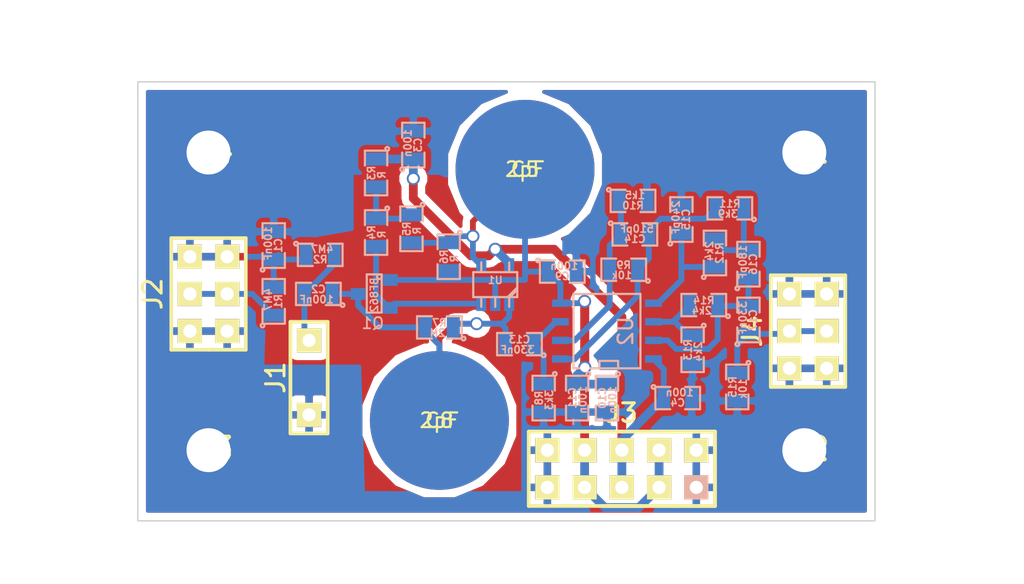
<source format=kicad_pcb>
(kicad_pcb (version 4) (host pcbnew "(2015-01-08 BZR 5360)-product")

  (general
    (links 83)
    (no_connects 0)
    (area -0.174171 -30.276001 50.596001 1.39446)
    (thickness 1.6)
    (drawings 4)
    (tracks 156)
    (zones 0)
    (modules 40)
    (nets 20)
  )

  (page A4)
  (layers
    (0 F.Cu signal)
    (31 B.Cu signal)
    (32 B.Adhes user)
    (33 F.Adhes user)
    (34 B.Paste user)
    (35 F.Paste user)
    (36 B.SilkS user)
    (37 F.SilkS user)
    (38 B.Mask user)
    (39 F.Mask user)
    (40 Dwgs.User user)
    (41 Cmts.User user)
    (42 Eco1.User user)
    (43 Eco2.User user)
    (44 Edge.Cuts user)
    (45 Margin user)
    (46 B.CrtYd user)
    (47 F.CrtYd user)
    (48 B.Fab user)
    (49 F.Fab user)
  )

  (setup
    (last_trace_width 0.4)
    (user_trace_width 0.256)
    (user_trace_width 0.4)
    (user_trace_width 0.6)
    (trace_clearance 0.254)
    (zone_clearance 0.508)
    (zone_45_only no)
    (trace_min 0.254)
    (segment_width 0.2)
    (edge_width 0.1)
    (via_size 0.889)
    (via_drill 0.635)
    (via_min_size 0.889)
    (via_min_drill 0.508)
    (uvia_size 0.508)
    (uvia_drill 0.127)
    (uvias_allowed no)
    (uvia_min_size 0.508)
    (uvia_min_drill 0.127)
    (pcb_text_width 0.3)
    (pcb_text_size 1.5 1.5)
    (mod_edge_width 0.15)
    (mod_text_size 1 1)
    (mod_text_width 0.15)
    (pad_size 6 6)
    (pad_drill 3)
    (pad_to_mask_clearance 0)
    (aux_axis_origin 0 0)
    (visible_elements 7FFFFFFF)
    (pcbplotparams
      (layerselection 0x00030_80000001)
      (usegerberextensions false)
      (excludeedgelayer true)
      (linewidth 0.100000)
      (plotframeref false)
      (viasonmask false)
      (mode 1)
      (useauxorigin false)
      (hpglpennumber 1)
      (hpglpenspeed 20)
      (hpglpendiameter 15)
      (hpglpenoverlay 2)
      (psnegative false)
      (psa4output false)
      (plotreference true)
      (plotvalue true)
      (plotinvisibletext false)
      (padsonsilk false)
      (subtractmaskfromsilk false)
      (outputformat 1)
      (mirror false)
      (drillshape 1)
      (scaleselection 1)
      (outputdirectory ""))
  )

  (net 0 "")
  (net 1 "Net-(C1-Pad1)")
  (net 2 GND)
  (net 3 "Net-(C2-Pad1)")
  (net 4 "Net-(C2-Pad2)")
  (net 5 V+)
  (net 6 "Net-(C5-Pad1)")
  (net 7 V-)
  (net 8 "Net-(C13-Pad2)")
  (net 9 "Net-(C13-Pad1)")
  (net 10 "Net-(C14-Pad1)")
  (net 11 "Net-(C14-Pad2)")
  (net 12 "Net-(C15-Pad1)")
  (net 13 "Net-(C16-Pad1)")
  (net 14 "Net-(C16-Pad2)")
  (net 15 "Net-(C17-Pad1)")
  (net 16 "Net-(J2-Pad2)")
  (net 17 "Net-(R3-Pad2)")
  (net 18 "Net-(R13-Pad1)")
  (net 19 "Net-(Q1-Pad2)")

  (net_class Default "Toto je výchozí třída sítě."
    (clearance 0.254)
    (trace_width 0.4)
    (via_dia 0.889)
    (via_drill 0.635)
    (uvia_dia 0.508)
    (uvia_drill 0.127)
    (add_net GND)
    (add_net "Net-(C1-Pad1)")
    (add_net "Net-(C13-Pad1)")
    (add_net "Net-(C13-Pad2)")
    (add_net "Net-(C14-Pad1)")
    (add_net "Net-(C14-Pad2)")
    (add_net "Net-(C15-Pad1)")
    (add_net "Net-(C16-Pad1)")
    (add_net "Net-(C16-Pad2)")
    (add_net "Net-(C17-Pad1)")
    (add_net "Net-(C2-Pad1)")
    (add_net "Net-(C2-Pad2)")
    (add_net "Net-(C5-Pad1)")
    (add_net "Net-(J2-Pad2)")
    (add_net "Net-(Q1-Pad2)")
    (add_net "Net-(R13-Pad1)")
    (add_net "Net-(R3-Pad2)")
    (add_net V+)
    (add_net V-)
  )

  (module MLAB_R:SMD-0805 (layer B.Cu) (tedit 54799E0C) (tstamp 55085AEF)
    (at 20.828 -13.462 180)
    (path /54768C16)
    (attr smd)
    (fp_text reference R7 (at 0 0.3175 180) (layer B.SilkS)
      (effects (font (size 0.50038 0.50038) (thickness 0.10922)) (justify mirror))
    )
    (fp_text value 2M (at 0.127 -0.381 180) (layer B.SilkS)
      (effects (font (size 0.50038 0.50038) (thickness 0.10922)) (justify mirror))
    )
    (fp_circle (center -1.651 -0.762) (end -1.651 -0.635) (layer B.SilkS) (width 0.15))
    (fp_line (start -0.508 -0.762) (end -1.524 -0.762) (layer B.SilkS) (width 0.15))
    (fp_line (start -1.524 -0.762) (end -1.524 0.762) (layer B.SilkS) (width 0.15))
    (fp_line (start -1.524 0.762) (end -0.508 0.762) (layer B.SilkS) (width 0.15))
    (fp_line (start 0.508 0.762) (end 1.524 0.762) (layer B.SilkS) (width 0.15))
    (fp_line (start 1.524 0.762) (end 1.524 -0.762) (layer B.SilkS) (width 0.15))
    (fp_line (start 1.524 -0.762) (end 0.508 -0.762) (layer B.SilkS) (width 0.15))
    (pad 1 smd rect (at -0.9525 0 180) (size 0.889 1.397) (layers B.Cu B.Paste B.Mask)
      (net 8 "Net-(C13-Pad2)"))
    (pad 2 smd rect (at 0.9525 0 180) (size 0.889 1.397) (layers B.Cu B.Paste B.Mask)
      (net 3 "Net-(C2-Pad1)"))
    (model MLAB_3D/Resistors/chip_cms.wrl
      (at (xyz 0 0 0))
      (scale (xyz 0.1 0.1 0.1))
      (rotate (xyz 0 0 0))
    )
  )

  (module MLAB_R:SMD-0805 (layer B.Cu) (tedit 54799E0C) (tstamp 54837338)
    (at 9.525 -19.05 90)
    (path /547682EE)
    (attr smd)
    (fp_text reference C1 (at 0 0.3175 90) (layer B.SilkS)
      (effects (font (size 0.50038 0.50038) (thickness 0.10922)) (justify mirror))
    )
    (fp_text value 100nF (at 0.127 -0.381 90) (layer B.SilkS)
      (effects (font (size 0.50038 0.50038) (thickness 0.10922)) (justify mirror))
    )
    (fp_circle (center -1.651 -0.762) (end -1.651 -0.635) (layer B.SilkS) (width 0.15))
    (fp_line (start -0.508 -0.762) (end -1.524 -0.762) (layer B.SilkS) (width 0.15))
    (fp_line (start -1.524 -0.762) (end -1.524 0.762) (layer B.SilkS) (width 0.15))
    (fp_line (start -1.524 0.762) (end -0.508 0.762) (layer B.SilkS) (width 0.15))
    (fp_line (start 0.508 0.762) (end 1.524 0.762) (layer B.SilkS) (width 0.15))
    (fp_line (start 1.524 0.762) (end 1.524 -0.762) (layer B.SilkS) (width 0.15))
    (fp_line (start 1.524 -0.762) (end 0.508 -0.762) (layer B.SilkS) (width 0.15))
    (pad 1 smd rect (at -0.9525 0 90) (size 0.889 1.397) (layers B.Cu B.Paste B.Mask)
      (net 1 "Net-(C1-Pad1)"))
    (pad 2 smd rect (at 0.9525 0 90) (size 0.889 1.397) (layers B.Cu B.Paste B.Mask)
      (net 2 GND))
    (model MLAB_3D/Resistors/chip_cms.wrl
      (at (xyz 0 0 0))
      (scale (xyz 0.1 0.1 0.1))
      (rotate (xyz 0 0 0))
    )
  )

  (module MLAB_R:SMD-0805 (layer B.Cu) (tedit 54799E0C) (tstamp 54837345)
    (at 12.573 -15.748 180)
    (path /54768486)
    (attr smd)
    (fp_text reference C2 (at 0 0.3175 180) (layer B.SilkS)
      (effects (font (size 0.50038 0.50038) (thickness 0.10922)) (justify mirror))
    )
    (fp_text value 100nF (at 0.127 -0.381 180) (layer B.SilkS)
      (effects (font (size 0.50038 0.50038) (thickness 0.10922)) (justify mirror))
    )
    (fp_circle (center -1.651 -0.762) (end -1.651 -0.635) (layer B.SilkS) (width 0.15))
    (fp_line (start -0.508 -0.762) (end -1.524 -0.762) (layer B.SilkS) (width 0.15))
    (fp_line (start -1.524 -0.762) (end -1.524 0.762) (layer B.SilkS) (width 0.15))
    (fp_line (start -1.524 0.762) (end -0.508 0.762) (layer B.SilkS) (width 0.15))
    (fp_line (start 0.508 0.762) (end 1.524 0.762) (layer B.SilkS) (width 0.15))
    (fp_line (start 1.524 0.762) (end 1.524 -0.762) (layer B.SilkS) (width 0.15))
    (fp_line (start 1.524 -0.762) (end 0.508 -0.762) (layer B.SilkS) (width 0.15))
    (pad 1 smd rect (at -0.9525 0 180) (size 0.889 1.397) (layers B.Cu B.Paste B.Mask)
      (net 3 "Net-(C2-Pad1)"))
    (pad 2 smd rect (at 0.9525 0 180) (size 0.889 1.397) (layers B.Cu B.Paste B.Mask)
      (net 4 "Net-(C2-Pad2)"))
    (model MLAB_3D/Resistors/chip_cms.wrl
      (at (xyz 0 0 0))
      (scale (xyz 0.1 0.1 0.1))
      (rotate (xyz 0 0 0))
    )
  )

  (module MLAB_R:SMD-0805 (layer B.Cu) (tedit 54799E0C) (tstamp 5507E0A8)
    (at 19.05 -25.908 90)
    (path /54843902)
    (attr smd)
    (fp_text reference C3 (at 0 0.3175 90) (layer B.SilkS)
      (effects (font (size 0.50038 0.50038) (thickness 0.10922)) (justify mirror))
    )
    (fp_text value 100n (at 0.127 -0.381 90) (layer B.SilkS)
      (effects (font (size 0.50038 0.50038) (thickness 0.10922)) (justify mirror))
    )
    (fp_circle (center -1.651 -0.762) (end -1.651 -0.635) (layer B.SilkS) (width 0.15))
    (fp_line (start -0.508 -0.762) (end -1.524 -0.762) (layer B.SilkS) (width 0.15))
    (fp_line (start -1.524 -0.762) (end -1.524 0.762) (layer B.SilkS) (width 0.15))
    (fp_line (start -1.524 0.762) (end -0.508 0.762) (layer B.SilkS) (width 0.15))
    (fp_line (start 0.508 0.762) (end 1.524 0.762) (layer B.SilkS) (width 0.15))
    (fp_line (start 1.524 0.762) (end 1.524 -0.762) (layer B.SilkS) (width 0.15))
    (fp_line (start 1.524 -0.762) (end 0.508 -0.762) (layer B.SilkS) (width 0.15))
    (pad 1 smd rect (at -0.9525 0 90) (size 0.889 1.397) (layers B.Cu B.Paste B.Mask)
      (net 5 V+))
    (pad 2 smd rect (at 0.9525 0 90) (size 0.889 1.397) (layers B.Cu B.Paste B.Mask)
      (net 2 GND))
    (model MLAB_3D/Resistors/chip_cms.wrl
      (at (xyz 0 0 0))
      (scale (xyz 0.1 0.1 0.1))
      (rotate (xyz 0 0 0))
    )
  )

  (module MLAB_R:SMD-0805 (layer B.Cu) (tedit 54799E0C) (tstamp 5509A6DD)
    (at 37.084 -8.636)
    (path /5484394C)
    (attr smd)
    (fp_text reference C4 (at 0 0.3175) (layer B.SilkS)
      (effects (font (size 0.50038 0.50038) (thickness 0.10922)) (justify mirror))
    )
    (fp_text value 100n (at 0.127 -0.381) (layer B.SilkS)
      (effects (font (size 0.50038 0.50038) (thickness 0.10922)) (justify mirror))
    )
    (fp_circle (center -1.651 -0.762) (end -1.651 -0.635) (layer B.SilkS) (width 0.15))
    (fp_line (start -0.508 -0.762) (end -1.524 -0.762) (layer B.SilkS) (width 0.15))
    (fp_line (start -1.524 -0.762) (end -1.524 0.762) (layer B.SilkS) (width 0.15))
    (fp_line (start -1.524 0.762) (end -0.508 0.762) (layer B.SilkS) (width 0.15))
    (fp_line (start 0.508 0.762) (end 1.524 0.762) (layer B.SilkS) (width 0.15))
    (fp_line (start 1.524 0.762) (end 1.524 -0.762) (layer B.SilkS) (width 0.15))
    (fp_line (start 1.524 -0.762) (end 0.508 -0.762) (layer B.SilkS) (width 0.15))
    (pad 1 smd rect (at -0.9525 0) (size 0.889 1.397) (layers B.Cu B.Paste B.Mask)
      (net 5 V+))
    (pad 2 smd rect (at 0.9525 0) (size 0.889 1.397) (layers B.Cu B.Paste B.Mask)
      (net 2 GND))
    (model MLAB_3D/Resistors/chip_cms.wrl
      (at (xyz 0 0 0))
      (scale (xyz 0.1 0.1 0.1))
      (rotate (xyz 0 0 0))
    )
  )

  (module MLAB_C:C2pF (layer F.Cu) (tedit 54834E51) (tstamp 54837365)
    (at 26.67 -24.257)
    (path /54769B26)
    (fp_text reference C5 (at 0 0) (layer F.SilkS)
      (effects (font (size 1 1) (thickness 0.15)))
    )
    (fp_text value 2pF (at 0 0) (layer F.SilkS)
      (effects (font (size 1 1) (thickness 0.15)))
    )
    (pad 1 smd circle (at 0 0) (size 9.480265 9.480265) (layers F.Cu F.Paste F.Mask)
      (net 6 "Net-(C5-Pad1)"))
    (pad 2 smd circle (at 0 0) (size 9.480265 9.480265) (layers B.Cu F.Paste F.Mask)
      (net 7 V-))
  )

  (module MLAB_C:C2pF (layer F.Cu) (tedit 54834E51) (tstamp 5509AFCF)
    (at 20.828 -7.112)
    (path /54768B04)
    (fp_text reference C8 (at 0 0) (layer F.SilkS)
      (effects (font (size 1 1) (thickness 0.15)))
    )
    (fp_text value 2pF (at 0 0) (layer F.SilkS)
      (effects (font (size 1 1) (thickness 0.15)))
    )
    (pad 1 smd circle (at 0 0) (size 9.480265 9.480265) (layers F.Cu F.Paste F.Mask)
      (net 8 "Net-(C13-Pad2)"))
    (pad 2 smd circle (at 0 0) (size 9.480265 9.480265) (layers B.Cu F.Paste F.Mask)
      (net 3 "Net-(C2-Pad1)"))
  )

  (module MLAB_R:SMD-0805 (layer B.Cu) (tedit 54799E0C) (tstamp 5507E067)
    (at 29.21 -17.272)
    (path /54844741)
    (attr smd)
    (fp_text reference C9 (at 0 0.3175) (layer B.SilkS)
      (effects (font (size 0.50038 0.50038) (thickness 0.10922)) (justify mirror))
    )
    (fp_text value 100n (at 0.127 -0.381) (layer B.SilkS)
      (effects (font (size 0.50038 0.50038) (thickness 0.10922)) (justify mirror))
    )
    (fp_circle (center -1.651 -0.762) (end -1.651 -0.635) (layer B.SilkS) (width 0.15))
    (fp_line (start -0.508 -0.762) (end -1.524 -0.762) (layer B.SilkS) (width 0.15))
    (fp_line (start -1.524 -0.762) (end -1.524 0.762) (layer B.SilkS) (width 0.15))
    (fp_line (start -1.524 0.762) (end -0.508 0.762) (layer B.SilkS) (width 0.15))
    (fp_line (start 0.508 0.762) (end 1.524 0.762) (layer B.SilkS) (width 0.15))
    (fp_line (start 1.524 0.762) (end 1.524 -0.762) (layer B.SilkS) (width 0.15))
    (fp_line (start 1.524 -0.762) (end 0.508 -0.762) (layer B.SilkS) (width 0.15))
    (pad 1 smd rect (at -0.9525 0) (size 0.889 1.397) (layers B.Cu B.Paste B.Mask)
      (net 7 V-))
    (pad 2 smd rect (at 0.9525 0) (size 0.889 1.397) (layers B.Cu B.Paste B.Mask)
      (net 2 GND))
    (model MLAB_3D/Resistors/chip_cms.wrl
      (at (xyz 0 0 0))
      (scale (xyz 0.1 0.1 0.1))
      (rotate (xyz 0 0 0))
    )
  )

  (module MLAB_R:SMD-0805 (layer B.Cu) (tedit 54799E0C) (tstamp 5509B149)
    (at 32.258 -8.636 270)
    (path /54844747)
    (attr smd)
    (fp_text reference C10 (at 0 0.3175 270) (layer B.SilkS)
      (effects (font (size 0.50038 0.50038) (thickness 0.10922)) (justify mirror))
    )
    (fp_text value 100n (at 0.127 -0.381 270) (layer B.SilkS)
      (effects (font (size 0.50038 0.50038) (thickness 0.10922)) (justify mirror))
    )
    (fp_circle (center -1.651 -0.762) (end -1.651 -0.635) (layer B.SilkS) (width 0.15))
    (fp_line (start -0.508 -0.762) (end -1.524 -0.762) (layer B.SilkS) (width 0.15))
    (fp_line (start -1.524 -0.762) (end -1.524 0.762) (layer B.SilkS) (width 0.15))
    (fp_line (start -1.524 0.762) (end -0.508 0.762) (layer B.SilkS) (width 0.15))
    (fp_line (start 0.508 0.762) (end 1.524 0.762) (layer B.SilkS) (width 0.15))
    (fp_line (start 1.524 0.762) (end 1.524 -0.762) (layer B.SilkS) (width 0.15))
    (fp_line (start 1.524 -0.762) (end 0.508 -0.762) (layer B.SilkS) (width 0.15))
    (pad 1 smd rect (at -0.9525 0 270) (size 0.889 1.397) (layers B.Cu B.Paste B.Mask)
      (net 7 V-))
    (pad 2 smd rect (at 0.9525 0 270) (size 0.889 1.397) (layers B.Cu B.Paste B.Mask)
      (net 2 GND))
    (model MLAB_3D/Resistors/chip_cms.wrl
      (at (xyz 0 0 0))
      (scale (xyz 0.1 0.1 0.1))
      (rotate (xyz 0 0 0))
    )
  )

  (module MLAB_R:SMD-0805 (layer B.Cu) (tedit 54799E0C) (tstamp 5509B11F)
    (at 30.226 -8.636 270)
    (path /54844729)
    (attr smd)
    (fp_text reference C11 (at 0 0.3175 270) (layer B.SilkS)
      (effects (font (size 0.50038 0.50038) (thickness 0.10922)) (justify mirror))
    )
    (fp_text value 100n (at 0.127 -0.381 270) (layer B.SilkS)
      (effects (font (size 0.50038 0.50038) (thickness 0.10922)) (justify mirror))
    )
    (fp_circle (center -1.651 -0.762) (end -1.651 -0.635) (layer B.SilkS) (width 0.15))
    (fp_line (start -0.508 -0.762) (end -1.524 -0.762) (layer B.SilkS) (width 0.15))
    (fp_line (start -1.524 -0.762) (end -1.524 0.762) (layer B.SilkS) (width 0.15))
    (fp_line (start -1.524 0.762) (end -0.508 0.762) (layer B.SilkS) (width 0.15))
    (fp_line (start 0.508 0.762) (end 1.524 0.762) (layer B.SilkS) (width 0.15))
    (fp_line (start 1.524 0.762) (end 1.524 -0.762) (layer B.SilkS) (width 0.15))
    (fp_line (start 1.524 -0.762) (end 0.508 -0.762) (layer B.SilkS) (width 0.15))
    (pad 1 smd rect (at -0.9525 0 270) (size 0.889 1.397) (layers B.Cu B.Paste B.Mask)
      (net 7 V-))
    (pad 2 smd rect (at 0.9525 0 270) (size 0.889 1.397) (layers B.Cu B.Paste B.Mask)
      (net 2 GND))
    (model MLAB_3D/Resistors/chip_cms.wrl
      (at (xyz 0 0 0))
      (scale (xyz 0.1 0.1 0.1))
      (rotate (xyz 0 0 0))
    )
  )

  (module MLAB_R:SMD-0805 (layer B.Cu) (tedit 54799E0C) (tstamp 5507E0DF)
    (at 26.289 -12.319 180)
    (path /5476AC2D)
    (attr smd)
    (fp_text reference C13 (at 0 0.3175 180) (layer B.SilkS)
      (effects (font (size 0.50038 0.50038) (thickness 0.10922)) (justify mirror))
    )
    (fp_text value 330nF (at 0.127 -0.381 180) (layer B.SilkS)
      (effects (font (size 0.50038 0.50038) (thickness 0.10922)) (justify mirror))
    )
    (fp_circle (center -1.651 -0.762) (end -1.651 -0.635) (layer B.SilkS) (width 0.15))
    (fp_line (start -0.508 -0.762) (end -1.524 -0.762) (layer B.SilkS) (width 0.15))
    (fp_line (start -1.524 -0.762) (end -1.524 0.762) (layer B.SilkS) (width 0.15))
    (fp_line (start -1.524 0.762) (end -0.508 0.762) (layer B.SilkS) (width 0.15))
    (fp_line (start 0.508 0.762) (end 1.524 0.762) (layer B.SilkS) (width 0.15))
    (fp_line (start 1.524 0.762) (end 1.524 -0.762) (layer B.SilkS) (width 0.15))
    (fp_line (start 1.524 -0.762) (end 0.508 -0.762) (layer B.SilkS) (width 0.15))
    (pad 1 smd rect (at -0.9525 0 180) (size 0.889 1.397) (layers B.Cu B.Paste B.Mask)
      (net 9 "Net-(C13-Pad1)"))
    (pad 2 smd rect (at 0.9525 0 180) (size 0.889 1.397) (layers B.Cu B.Paste B.Mask)
      (net 8 "Net-(C13-Pad2)"))
    (model MLAB_3D/Resistors/chip_cms.wrl
      (at (xyz 0 0 0))
      (scale (xyz 0.1 0.1 0.1))
      (rotate (xyz 0 0 0))
    )
  )

  (module MLAB_R:SMD-0805 (layer B.Cu) (tedit 54799E0C) (tstamp 548373D1)
    (at 34.163 -19.812)
    (path /54768D77)
    (attr smd)
    (fp_text reference C14 (at 0 0.3175) (layer B.SilkS)
      (effects (font (size 0.50038 0.50038) (thickness 0.10922)) (justify mirror))
    )
    (fp_text value 510pF (at 0.127 -0.381) (layer B.SilkS)
      (effects (font (size 0.50038 0.50038) (thickness 0.10922)) (justify mirror))
    )
    (fp_circle (center -1.651 -0.762) (end -1.651 -0.635) (layer B.SilkS) (width 0.15))
    (fp_line (start -0.508 -0.762) (end -1.524 -0.762) (layer B.SilkS) (width 0.15))
    (fp_line (start -1.524 -0.762) (end -1.524 0.762) (layer B.SilkS) (width 0.15))
    (fp_line (start -1.524 0.762) (end -0.508 0.762) (layer B.SilkS) (width 0.15))
    (fp_line (start 0.508 0.762) (end 1.524 0.762) (layer B.SilkS) (width 0.15))
    (fp_line (start 1.524 0.762) (end 1.524 -0.762) (layer B.SilkS) (width 0.15))
    (fp_line (start 1.524 -0.762) (end 0.508 -0.762) (layer B.SilkS) (width 0.15))
    (pad 1 smd rect (at -0.9525 0) (size 0.889 1.397) (layers B.Cu B.Paste B.Mask)
      (net 10 "Net-(C14-Pad1)"))
    (pad 2 smd rect (at 0.9525 0) (size 0.889 1.397) (layers B.Cu B.Paste B.Mask)
      (net 11 "Net-(C14-Pad2)"))
    (model MLAB_3D/Resistors/chip_cms.wrl
      (at (xyz 0 0 0))
      (scale (xyz 0.1 0.1 0.1))
      (rotate (xyz 0 0 0))
    )
  )

  (module MLAB_R:SMD-0805 (layer B.Cu) (tedit 54799E0C) (tstamp 5509ACF3)
    (at 37.338 -20.828 90)
    (path /54768FA2)
    (attr smd)
    (fp_text reference C15 (at 0 0.3175 90) (layer B.SilkS)
      (effects (font (size 0.50038 0.50038) (thickness 0.10922)) (justify mirror))
    )
    (fp_text value 240pF (at 0.127 -0.381 90) (layer B.SilkS)
      (effects (font (size 0.50038 0.50038) (thickness 0.10922)) (justify mirror))
    )
    (fp_circle (center -1.651 -0.762) (end -1.651 -0.635) (layer B.SilkS) (width 0.15))
    (fp_line (start -0.508 -0.762) (end -1.524 -0.762) (layer B.SilkS) (width 0.15))
    (fp_line (start -1.524 -0.762) (end -1.524 0.762) (layer B.SilkS) (width 0.15))
    (fp_line (start -1.524 0.762) (end -0.508 0.762) (layer B.SilkS) (width 0.15))
    (fp_line (start 0.508 0.762) (end 1.524 0.762) (layer B.SilkS) (width 0.15))
    (fp_line (start 1.524 0.762) (end 1.524 -0.762) (layer B.SilkS) (width 0.15))
    (fp_line (start 1.524 -0.762) (end 0.508 -0.762) (layer B.SilkS) (width 0.15))
    (pad 1 smd rect (at -0.9525 0 90) (size 0.889 1.397) (layers B.Cu B.Paste B.Mask)
      (net 12 "Net-(C15-Pad1)"))
    (pad 2 smd rect (at 0.9525 0 90) (size 0.889 1.397) (layers B.Cu B.Paste B.Mask)
      (net 2 GND))
    (model MLAB_3D/Resistors/chip_cms.wrl
      (at (xyz 0 0 0))
      (scale (xyz 0.1 0.1 0.1))
      (rotate (xyz 0 0 0))
    )
  )

  (module MLAB_R:SMD-0805 (layer B.Cu) (tedit 54799E0C) (tstamp 5509A7D3)
    (at 41.91 -17.78 90)
    (path /54768EE6)
    (attr smd)
    (fp_text reference C16 (at 0 0.3175 90) (layer B.SilkS)
      (effects (font (size 0.50038 0.50038) (thickness 0.10922)) (justify mirror))
    )
    (fp_text value 180pF (at 0.127 -0.381 90) (layer B.SilkS)
      (effects (font (size 0.50038 0.50038) (thickness 0.10922)) (justify mirror))
    )
    (fp_circle (center -1.651 -0.762) (end -1.651 -0.635) (layer B.SilkS) (width 0.15))
    (fp_line (start -0.508 -0.762) (end -1.524 -0.762) (layer B.SilkS) (width 0.15))
    (fp_line (start -1.524 -0.762) (end -1.524 0.762) (layer B.SilkS) (width 0.15))
    (fp_line (start -1.524 0.762) (end -0.508 0.762) (layer B.SilkS) (width 0.15))
    (fp_line (start 0.508 0.762) (end 1.524 0.762) (layer B.SilkS) (width 0.15))
    (fp_line (start 1.524 0.762) (end 1.524 -0.762) (layer B.SilkS) (width 0.15))
    (fp_line (start 1.524 -0.762) (end 0.508 -0.762) (layer B.SilkS) (width 0.15))
    (pad 1 smd rect (at -0.9525 0 90) (size 0.889 1.397) (layers B.Cu B.Paste B.Mask)
      (net 13 "Net-(C16-Pad1)"))
    (pad 2 smd rect (at 0.9525 0 90) (size 0.889 1.397) (layers B.Cu B.Paste B.Mask)
      (net 14 "Net-(C16-Pad2)"))
    (model MLAB_3D/Resistors/chip_cms.wrl
      (at (xyz 0 0 0))
      (scale (xyz 0.1 0.1 0.1))
      (rotate (xyz 0 0 0))
    )
  )

  (module MLAB_R:SMD-0805 (layer B.Cu) (tedit 54799E0C) (tstamp 54C8FC39)
    (at 41.91 -13.97 90)
    (path /547691BD)
    (attr smd)
    (fp_text reference C17 (at 0 0.3175 90) (layer B.SilkS)
      (effects (font (size 0.50038 0.50038) (thickness 0.10922)) (justify mirror))
    )
    (fp_text value 330nF (at 0.127 -0.381 90) (layer B.SilkS)
      (effects (font (size 0.50038 0.50038) (thickness 0.10922)) (justify mirror))
    )
    (fp_circle (center -1.651 -0.762) (end -1.651 -0.635) (layer B.SilkS) (width 0.15))
    (fp_line (start -0.508 -0.762) (end -1.524 -0.762) (layer B.SilkS) (width 0.15))
    (fp_line (start -1.524 -0.762) (end -1.524 0.762) (layer B.SilkS) (width 0.15))
    (fp_line (start -1.524 0.762) (end -0.508 0.762) (layer B.SilkS) (width 0.15))
    (fp_line (start 0.508 0.762) (end 1.524 0.762) (layer B.SilkS) (width 0.15))
    (fp_line (start 1.524 0.762) (end 1.524 -0.762) (layer B.SilkS) (width 0.15))
    (fp_line (start 1.524 -0.762) (end 0.508 -0.762) (layer B.SilkS) (width 0.15))
    (pad 1 smd rect (at -0.9525 0 90) (size 0.889 1.397) (layers B.Cu B.Paste B.Mask)
      (net 15 "Net-(C17-Pad1)"))
    (pad 2 smd rect (at 0.9525 0 90) (size 0.889 1.397) (layers B.Cu B.Paste B.Mask)
      (net 13 "Net-(C16-Pad1)"))
    (model MLAB_3D/Resistors/chip_cms.wrl
      (at (xyz 0 0 0))
      (scale (xyz 0.1 0.1 0.1))
      (rotate (xyz 0 0 0))
    )
  )

  (module Hrebinky:Pin_Header_Straight_2x03 placed (layer F.Cu) (tedit 54837138) (tstamp 5485E8FE)
    (at 5.08 -15.748 90)
    (descr "1 pin")
    (tags "CONN DEV")
    (path /54836CC9)
    (fp_text reference J2 (at 0 -3.81 90) (layer F.SilkS)
      (effects (font (size 1.27 1.27) (thickness 0.2032)))
    )
    (fp_text value JUMP_3X2 (at 0 0 90) (layer F.SilkS) hide
      (effects (font (size 1.27 1.27) (thickness 0.2032)))
    )
    (fp_line (start -3.81 2.54) (end 3.81 2.54) (layer F.SilkS) (width 0.254))
    (fp_line (start 3.81 2.54) (end 3.81 -2.54) (layer F.SilkS) (width 0.254))
    (fp_line (start 3.81 -2.54) (end -1.27 -2.54) (layer F.SilkS) (width 0.254))
    (fp_line (start -3.81 2.54) (end -3.81 0) (layer F.SilkS) (width 0.254))
    (fp_line (start -3.81 -2.54) (end -3.81 0) (layer F.SilkS) (width 0.254))
    (fp_line (start -1.27 -2.54) (end -3.81 -2.54) (layer F.SilkS) (width 0.254))
    (pad 1 thru_hole rect (at -2.54 1.27 90) (size 1.651 1.651) (drill 0.9) (layers *.Cu *.Mask F.SilkS)
      (net 2 GND))
    (pad 2 thru_hole rect (at 0 1.27 90) (size 1.651 1.651) (drill 0.9) (layers *.Cu *.Mask F.SilkS)
      (net 16 "Net-(J2-Pad2)"))
    (pad 3 thru_hole rect (at 2.54 1.27 90) (size 1.651 1.651) (drill 0.9) (layers *.Cu *.Mask F.SilkS)
      (net 2 GND))
    (pad 4 thru_hole rect (at 2.54 -1.27 90) (size 1.651 1.651) (drill 0.9) (layers *.Cu *.Mask F.SilkS)
      (net 2 GND))
    (pad 5 thru_hole rect (at 0 -1.27 90) (size 1.651 1.651) (drill 0.9) (layers *.Cu *.Mask F.SilkS)
      (net 16 "Net-(J2-Pad2)"))
    (pad 6 thru_hole rect (at -2.54 -1.27 90) (size 1.651 1.651) (drill 0.9) (layers *.Cu *.Mask F.SilkS)
      (net 2 GND))
    (model Pin_Headers/Pin_Header_Straight_2x03.wrl
      (at (xyz 0 0 0))
      (scale (xyz 1 1 1))
      (rotate (xyz 0 0 0))
    )
  )

  (module Hrebinky:Pin_Header_Straight_2x05 placed (layer F.Cu) (tedit 53F5A718) (tstamp 5509B0C1)
    (at 33.274 -3.81)
    (descr "1 pin")
    (tags "CONN DEV")
    (path /54770A25)
    (fp_text reference J3 (at 0 -3.81) (layer F.SilkS)
      (effects (font (size 1.27 1.27) (thickness 0.2032)))
    )
    (fp_text value JUMP_5X2 (at 1.27 0) (layer F.SilkS) hide
      (effects (font (size 1.27 1.27) (thickness 0.2032)))
    )
    (fp_line (start -3.81 -2.54) (end -2.54 -2.54) (layer F.SilkS) (width 0.254))
    (fp_line (start -6.35 -2.54) (end -3.81 -2.54) (layer F.SilkS) (width 0.254))
    (fp_line (start 6.35 2.54) (end 6.35 -2.54) (layer F.SilkS) (width 0.254))
    (fp_line (start 3.81 -2.54) (end 6.35 -2.54) (layer F.SilkS) (width 0.254))
    (fp_line (start 3.81 2.54) (end 6.35 2.54) (layer F.SilkS) (width 0.254))
    (fp_line (start 3.81 2.54) (end 6.35 2.54) (layer F.SilkS) (width 0.254))
    (fp_line (start 3.81 -2.54) (end 6.35 -2.54) (layer F.SilkS) (width 0.254))
    (fp_line (start 6.35 2.54) (end 6.35 -2.54) (layer F.SilkS) (width 0.254))
    (fp_line (start 2.54 -2.54) (end 5.08 -2.54) (layer F.SilkS) (width 0.254))
    (fp_line (start -1.27 2.54) (end 1.27 2.54) (layer F.SilkS) (width 0.254))
    (fp_line (start -1.27 2.54) (end 1.27 2.54) (layer F.SilkS) (width 0.254))
    (fp_line (start 2.54 -2.54) (end 5.08 -2.54) (layer F.SilkS) (width 0.254))
    (fp_line (start 2.54 -2.54) (end 5.08 -2.54) (layer F.SilkS) (width 0.254))
    (fp_line (start 1.27 2.54) (end 3.81 2.54) (layer F.SilkS) (width 0.254))
    (fp_line (start 1.27 2.54) (end 3.81 2.54) (layer F.SilkS) (width 0.254))
    (fp_line (start 2.54 -2.54) (end 5.08 -2.54) (layer F.SilkS) (width 0.254))
    (fp_line (start -6.35 2.54) (end 1.27 2.54) (layer F.SilkS) (width 0.254))
    (fp_line (start 5.08 -2.54) (end 0 -2.54) (layer F.SilkS) (width 0.254))
    (fp_line (start -6.35 2.54) (end -6.35 0) (layer F.SilkS) (width 0.254))
    (fp_line (start -6.35 -2.54) (end -6.35 0) (layer F.SilkS) (width 0.254))
    (fp_line (start 0 -2.54) (end -2.54 -2.54) (layer F.SilkS) (width 0.254))
    (pad 9 thru_hole rect (at -2.54 -1.27) (size 1.651 1.651) (drill 0.9) (layers *.Cu *.Mask F.SilkS)
      (net 7 V-))
    (pad 5 thru_hole rect (at 5.08 1.27) (size 1.651 1.651) (drill 0.9) (layers *.Cu *.SilkS *.Mask)
      (net 2 GND))
    (pad 3 thru_hole rect (at 0 1.27) (size 1.651 1.651) (drill 0.9) (layers *.Cu *.Mask F.SilkS)
      (net 5 V+))
    (pad 6 thru_hole rect (at 5.08 -1.27) (size 1.651 1.651) (drill 0.9) (layers *.Cu *.Mask F.SilkS)
      (net 2 GND))
    (pad 1 thru_hole rect (at -5.08 1.27) (size 1.651 1.651) (drill 0.9) (layers *.Cu *.Mask F.SilkS)
      (net 2 GND))
    (pad 2 thru_hole rect (at -2.54 1.27) (size 1.651 1.651) (drill 0.9) (layers *.Cu *.Mask F.SilkS)
      (net 7 V-))
    (pad 4 thru_hole rect (at 2.54 1.27) (size 1.651 1.651) (drill 0.9) (layers *.Cu *.Mask F.SilkS)
      (net 7 V-))
    (pad 10 thru_hole rect (at -5.08 -1.27) (size 1.651 1.651) (drill 0.9) (layers *.Cu *.Mask F.SilkS)
      (net 2 GND))
    (pad 7 thru_hole rect (at 2.54 -1.27) (size 1.651 1.651) (drill 0.9) (layers *.Cu *.Mask F.SilkS)
      (net 7 V-))
    (pad 8 thru_hole rect (at 0 -1.27) (size 1.651 1.651) (drill 0.9) (layers *.Cu *.Mask F.SilkS)
      (net 5 V+))
    (model Pin_Headers/Pin_Header_Straight_2x03.wrl
      (at (xyz 0 0 0))
      (scale (xyz 1 1 1))
      (rotate (xyz 0 0 0))
    )
    (model Pin_Headers/Pin_Header_Straight_2x05.wrl
      (at (xyz 0 0 0))
      (scale (xyz 1 1 1))
      (rotate (xyz 0 0 0))
    )
  )

  (module Hrebinky:Pin_Header_Straight_2x03 placed (layer F.Cu) (tedit 54837138) (tstamp 5509A741)
    (at 45.974 -13.208 90)
    (descr "1 pin")
    (tags "CONN DEV")
    (path /54838065)
    (fp_text reference J4 (at 0 -3.81 90) (layer F.SilkS)
      (effects (font (size 1.27 1.27) (thickness 0.2032)))
    )
    (fp_text value Out (at 0 0 90) (layer F.SilkS) hide
      (effects (font (size 1.27 1.27) (thickness 0.2032)))
    )
    (fp_line (start -3.81 2.54) (end 3.81 2.54) (layer F.SilkS) (width 0.254))
    (fp_line (start 3.81 2.54) (end 3.81 -2.54) (layer F.SilkS) (width 0.254))
    (fp_line (start 3.81 -2.54) (end -1.27 -2.54) (layer F.SilkS) (width 0.254))
    (fp_line (start -3.81 2.54) (end -3.81 0) (layer F.SilkS) (width 0.254))
    (fp_line (start -3.81 -2.54) (end -3.81 0) (layer F.SilkS) (width 0.254))
    (fp_line (start -1.27 -2.54) (end -3.81 -2.54) (layer F.SilkS) (width 0.254))
    (pad 1 thru_hole rect (at -2.54 1.27 90) (size 1.651 1.651) (drill 0.9) (layers *.Cu *.Mask F.SilkS)
      (net 2 GND))
    (pad 2 thru_hole rect (at 0 1.27 90) (size 1.651 1.651) (drill 0.9) (layers *.Cu *.Mask F.SilkS)
      (net 15 "Net-(C17-Pad1)"))
    (pad 3 thru_hole rect (at 2.54 1.27 90) (size 1.651 1.651) (drill 0.9) (layers *.Cu *.Mask F.SilkS)
      (net 2 GND))
    (pad 4 thru_hole rect (at 2.54 -1.27 90) (size 1.651 1.651) (drill 0.9) (layers *.Cu *.Mask F.SilkS)
      (net 2 GND))
    (pad 5 thru_hole rect (at 0 -1.27 90) (size 1.651 1.651) (drill 0.9) (layers *.Cu *.Mask F.SilkS)
      (net 15 "Net-(C17-Pad1)"))
    (pad 6 thru_hole rect (at -2.54 -1.27 90) (size 1.651 1.651) (drill 0.9) (layers *.Cu *.Mask F.SilkS)
      (net 2 GND))
    (model Pin_Headers/Pin_Header_Straight_2x03.wrl
      (at (xyz 0 0 0))
      (scale (xyz 1 1 1))
      (rotate (xyz 0 0 0))
    )
  )

  (module Dira:MountingHole_3mm placed (layer F.Cu) (tedit 54345FDC) (tstamp 5507E2DE)
    (at 45.72 -25.4)
    (descr "Mounting hole, Befestigungsbohrung, 3mm, No Annular, Kein Restring,")
    (tags "Mounting hole, Befestigungsbohrung, 3mm, No Annular, Kein Restring,")
    (path /54771AB7)
    (fp_text reference P1 (at 0.1778 -0.0762) (layer F.SilkS)
      (effects (font (thickness 0.3048)))
    )
    (fp_text value _ (at 1.00076 5.00126) (layer F.SilkS) hide
      (effects (font (thickness 0.3048)))
    )
    (fp_circle (center 0 0) (end 2.99974 0) (layer Cmts.User) (width 0.381))
    (pad 1 thru_hole circle (at 0 0) (size 6 6) (drill 3) (layers *.Cu *.Adhes *.Mask)
      (net 2 GND) (clearance 1) (zone_connect 2))
  )

  (module Dira:MountingHole_3mm placed (layer F.Cu) (tedit 54345FDC) (tstamp 5507E4BC)
    (at 45.72 -5.08)
    (descr "Mounting hole, Befestigungsbohrung, 3mm, No Annular, Kein Restring,")
    (tags "Mounting hole, Befestigungsbohrung, 3mm, No Annular, Kein Restring,")
    (path /54771C1B)
    (fp_text reference P2 (at 0.1778 -0.0762) (layer F.SilkS)
      (effects (font (thickness 0.3048)))
    )
    (fp_text value _ (at 1.00076 5.00126) (layer F.SilkS) hide
      (effects (font (thickness 0.3048)))
    )
    (fp_circle (center 0 0) (end 2.99974 0) (layer Cmts.User) (width 0.381))
    (pad 1 thru_hole circle (at 0 0) (size 6 6) (drill 3) (layers *.Cu *.Adhes *.Mask)
      (net 2 GND) (clearance 1) (zone_connect 2))
  )

  (module Dira:MountingHole_3mm placed (layer F.Cu) (tedit 54345FDC) (tstamp 5483745A)
    (at 5.08 -5.08)
    (descr "Mounting hole, Befestigungsbohrung, 3mm, No Annular, Kein Restring,")
    (tags "Mounting hole, Befestigungsbohrung, 3mm, No Annular, Kein Restring,")
    (path /54771C61)
    (fp_text reference P3 (at 0.1778 -0.0762) (layer F.SilkS)
      (effects (font (thickness 0.3048)))
    )
    (fp_text value _ (at 1.00076 5.00126) (layer F.SilkS) hide
      (effects (font (thickness 0.3048)))
    )
    (fp_circle (center 0 0) (end 2.99974 0) (layer Cmts.User) (width 0.381))
    (pad 1 thru_hole circle (at 0 0) (size 6 6) (drill 3) (layers *.Cu *.Adhes *.Mask)
      (net 2 GND) (clearance 1) (zone_connect 2))
  )

  (module Dira:MountingHole_3mm placed (layer F.Cu) (tedit 54345FDC) (tstamp 54837460)
    (at 5.08 -25.4)
    (descr "Mounting hole, Befestigungsbohrung, 3mm, No Annular, Kein Restring,")
    (tags "Mounting hole, Befestigungsbohrung, 3mm, No Annular, Kein Restring,")
    (path /54771CAA)
    (fp_text reference P4 (at 0.1778 -0.0762) (layer F.SilkS)
      (effects (font (thickness 0.3048)))
    )
    (fp_text value _ (at 1.00076 5.00126) (layer F.SilkS) hide
      (effects (font (thickness 0.3048)))
    )
    (fp_circle (center 0 0) (end 2.99974 0) (layer Cmts.User) (width 0.381))
    (pad 1 thru_hole circle (at 0 0) (size 6 6) (drill 3) (layers *.Cu *.Adhes *.Mask)
      (net 2 GND) (clearance 1) (zone_connect 2))
  )

  (module MLAB_IO:SOT-23 (layer B.Cu) (tedit 54836E42) (tstamp 5483746C)
    (at 16.383 -15.748 270)
    (tags SOT23)
    (path /547684BC)
    (fp_text reference Q1 (at 1.99898 0.09906 540) (layer B.SilkS)
      (effects (font (size 0.762 0.762) (thickness 0.11938)) (justify mirror))
    )
    (fp_text value BF862 (at 0.0635 0 270) (layer B.SilkS)
      (effects (font (size 0.50038 0.50038) (thickness 0.09906)) (justify mirror))
    )
    (fp_circle (center -1.17602 -0.35052) (end -1.30048 -0.44958) (layer B.SilkS) (width 0.15))
    (fp_line (start 1.27 0.508) (end 1.27 -0.508) (layer B.SilkS) (width 0.15))
    (fp_line (start -1.3335 0.508) (end -1.3335 -0.508) (layer B.SilkS) (width 0.15))
    (fp_line (start 1.27 -0.508) (end -1.3335 -0.508) (layer B.SilkS) (width 0.15))
    (fp_line (start -1.3335 0.508) (end 1.27 0.508) (layer B.SilkS) (width 0.15))
    (pad 3 smd rect (at 0 1.09982 270) (size 0.8001 1.00076) (layers B.Cu B.Paste B.Mask)
      (net 3 "Net-(C2-Pad1)"))
    (pad 2 smd rect (at 0.9525 -1.09982 270) (size 0.8001 1.00076) (layers B.Cu B.Paste B.Mask)
      (net 19 "Net-(Q1-Pad2)"))
    (pad 1 smd rect (at -0.9525 -1.09982 270) (size 0.8001 1.00076) (layers B.Cu B.Paste B.Mask)
      (net 7 V-))
    (model D:/Honza/library/KiCAD/MLAB_3D/IO/SOT23_3.wrl
      (at (xyz 0 0 0))
      (scale (xyz 0.4 0.4 0.4))
      (rotate (xyz 0 0 180))
    )
  )

  (module MLAB_R:SMD-0805 (layer B.Cu) (tedit 54799E0C) (tstamp 54C8FC61)
    (at 9.525 -15.24 90)
    (path /5476823C)
    (attr smd)
    (fp_text reference R1 (at 0 0.3175 90) (layer B.SilkS)
      (effects (font (size 0.50038 0.50038) (thickness 0.10922)) (justify mirror))
    )
    (fp_text value 4M7 (at 0.127 -0.381 90) (layer B.SilkS)
      (effects (font (size 0.50038 0.50038) (thickness 0.10922)) (justify mirror))
    )
    (fp_circle (center -1.651 -0.762) (end -1.651 -0.635) (layer B.SilkS) (width 0.15))
    (fp_line (start -0.508 -0.762) (end -1.524 -0.762) (layer B.SilkS) (width 0.15))
    (fp_line (start -1.524 -0.762) (end -1.524 0.762) (layer B.SilkS) (width 0.15))
    (fp_line (start -1.524 0.762) (end -0.508 0.762) (layer B.SilkS) (width 0.15))
    (fp_line (start 0.508 0.762) (end 1.524 0.762) (layer B.SilkS) (width 0.15))
    (fp_line (start 1.524 0.762) (end 1.524 -0.762) (layer B.SilkS) (width 0.15))
    (fp_line (start 1.524 -0.762) (end 0.508 -0.762) (layer B.SilkS) (width 0.15))
    (pad 1 smd rect (at -0.9525 0 90) (size 0.889 1.397) (layers B.Cu B.Paste B.Mask)
      (net 16 "Net-(J2-Pad2)"))
    (pad 2 smd rect (at 0.9525 0 90) (size 0.889 1.397) (layers B.Cu B.Paste B.Mask)
      (net 1 "Net-(C1-Pad1)"))
    (model MLAB_3D/Resistors/chip_cms.wrl
      (at (xyz 0 0 0))
      (scale (xyz 0.1 0.1 0.1))
      (rotate (xyz 0 0 0))
    )
  )

  (module MLAB_R:SMD-0805 (layer B.Cu) (tedit 54799E0C) (tstamp 54837486)
    (at 12.7 -18.415)
    (path /547682B2)
    (attr smd)
    (fp_text reference R2 (at 0 0.3175) (layer B.SilkS)
      (effects (font (size 0.50038 0.50038) (thickness 0.10922)) (justify mirror))
    )
    (fp_text value 4M7 (at 0.127 -0.381) (layer B.SilkS)
      (effects (font (size 0.50038 0.50038) (thickness 0.10922)) (justify mirror))
    )
    (fp_circle (center -1.651 -0.762) (end -1.651 -0.635) (layer B.SilkS) (width 0.15))
    (fp_line (start -0.508 -0.762) (end -1.524 -0.762) (layer B.SilkS) (width 0.15))
    (fp_line (start -1.524 -0.762) (end -1.524 0.762) (layer B.SilkS) (width 0.15))
    (fp_line (start -1.524 0.762) (end -0.508 0.762) (layer B.SilkS) (width 0.15))
    (fp_line (start 0.508 0.762) (end 1.524 0.762) (layer B.SilkS) (width 0.15))
    (fp_line (start 1.524 0.762) (end 1.524 -0.762) (layer B.SilkS) (width 0.15))
    (fp_line (start 1.524 -0.762) (end 0.508 -0.762) (layer B.SilkS) (width 0.15))
    (pad 1 smd rect (at -0.9525 0) (size 0.889 1.397) (layers B.Cu B.Paste B.Mask)
      (net 1 "Net-(C1-Pad1)"))
    (pad 2 smd rect (at 0.9525 0) (size 0.889 1.397) (layers B.Cu B.Paste B.Mask)
      (net 4 "Net-(C2-Pad2)"))
    (model MLAB_3D/Resistors/chip_cms.wrl
      (at (xyz 0 0 0))
      (scale (xyz 0.1 0.1 0.1))
      (rotate (xyz 0 0 0))
    )
  )

  (module MLAB_R:SMD-0805 (layer B.Cu) (tedit 54799E0C) (tstamp 54837493)
    (at 16.51 -24.003 270)
    (path /5476858B)
    (attr smd)
    (fp_text reference R3 (at 0 0.3175 270) (layer B.SilkS)
      (effects (font (size 0.50038 0.50038) (thickness 0.10922)) (justify mirror))
    )
    (fp_text value R (at 0.127 -0.381 270) (layer B.SilkS)
      (effects (font (size 0.50038 0.50038) (thickness 0.10922)) (justify mirror))
    )
    (fp_circle (center -1.651 -0.762) (end -1.651 -0.635) (layer B.SilkS) (width 0.15))
    (fp_line (start -0.508 -0.762) (end -1.524 -0.762) (layer B.SilkS) (width 0.15))
    (fp_line (start -1.524 -0.762) (end -1.524 0.762) (layer B.SilkS) (width 0.15))
    (fp_line (start -1.524 0.762) (end -0.508 0.762) (layer B.SilkS) (width 0.15))
    (fp_line (start 0.508 0.762) (end 1.524 0.762) (layer B.SilkS) (width 0.15))
    (fp_line (start 1.524 0.762) (end 1.524 -0.762) (layer B.SilkS) (width 0.15))
    (fp_line (start 1.524 -0.762) (end 0.508 -0.762) (layer B.SilkS) (width 0.15))
    (pad 1 smd rect (at -0.9525 0 270) (size 0.889 1.397) (layers B.Cu B.Paste B.Mask)
      (net 5 V+))
    (pad 2 smd rect (at 0.9525 0 270) (size 0.889 1.397) (layers B.Cu B.Paste B.Mask)
      (net 17 "Net-(R3-Pad2)"))
    (model MLAB_3D/Resistors/chip_cms.wrl
      (at (xyz 0 0 0))
      (scale (xyz 0.1 0.1 0.1))
      (rotate (xyz 0 0 0))
    )
  )

  (module MLAB_R:SMD-0805 (layer B.Cu) (tedit 54799E0C) (tstamp 548374A0)
    (at 16.51 -19.939 270)
    (path /54768535)
    (attr smd)
    (fp_text reference R4 (at 0 0.3175 270) (layer B.SilkS)
      (effects (font (size 0.50038 0.50038) (thickness 0.10922)) (justify mirror))
    )
    (fp_text value R (at 0.127 -0.381 270) (layer B.SilkS)
      (effects (font (size 0.50038 0.50038) (thickness 0.10922)) (justify mirror))
    )
    (fp_circle (center -1.651 -0.762) (end -1.651 -0.635) (layer B.SilkS) (width 0.15))
    (fp_line (start -0.508 -0.762) (end -1.524 -0.762) (layer B.SilkS) (width 0.15))
    (fp_line (start -1.524 -0.762) (end -1.524 0.762) (layer B.SilkS) (width 0.15))
    (fp_line (start -1.524 0.762) (end -0.508 0.762) (layer B.SilkS) (width 0.15))
    (fp_line (start 0.508 0.762) (end 1.524 0.762) (layer B.SilkS) (width 0.15))
    (fp_line (start 1.524 0.762) (end 1.524 -0.762) (layer B.SilkS) (width 0.15))
    (fp_line (start 1.524 -0.762) (end 0.508 -0.762) (layer B.SilkS) (width 0.15))
    (pad 1 smd rect (at -0.9525 0 270) (size 0.889 1.397) (layers B.Cu B.Paste B.Mask)
      (net 17 "Net-(R3-Pad2)"))
    (pad 2 smd rect (at 0.9525 0 270) (size 0.889 1.397) (layers B.Cu B.Paste B.Mask)
      (net 19 "Net-(Q1-Pad2)"))
    (model MLAB_3D/Resistors/chip_cms.wrl
      (at (xyz 0 0 0))
      (scale (xyz 0.1 0.1 0.1))
      (rotate (xyz 0 0 0))
    )
  )

  (module MLAB_R:SMD-0805 (layer B.Cu) (tedit 54799E0C) (tstamp 548374AD)
    (at 18.923 -20.193 270)
    (path /547685C9)
    (attr smd)
    (fp_text reference R5 (at 0 0.3175 270) (layer B.SilkS)
      (effects (font (size 0.50038 0.50038) (thickness 0.10922)) (justify mirror))
    )
    (fp_text value R (at 0.127 -0.381 270) (layer B.SilkS)
      (effects (font (size 0.50038 0.50038) (thickness 0.10922)) (justify mirror))
    )
    (fp_circle (center -1.651 -0.762) (end -1.651 -0.635) (layer B.SilkS) (width 0.15))
    (fp_line (start -0.508 -0.762) (end -1.524 -0.762) (layer B.SilkS) (width 0.15))
    (fp_line (start -1.524 -0.762) (end -1.524 0.762) (layer B.SilkS) (width 0.15))
    (fp_line (start -1.524 0.762) (end -0.508 0.762) (layer B.SilkS) (width 0.15))
    (fp_line (start 0.508 0.762) (end 1.524 0.762) (layer B.SilkS) (width 0.15))
    (fp_line (start 1.524 0.762) (end 1.524 -0.762) (layer B.SilkS) (width 0.15))
    (fp_line (start 1.524 -0.762) (end 0.508 -0.762) (layer B.SilkS) (width 0.15))
    (pad 1 smd rect (at -0.9525 0 270) (size 0.889 1.397) (layers B.Cu B.Paste B.Mask)
      (net 17 "Net-(R3-Pad2)"))
    (pad 2 smd rect (at 0.9525 0 270) (size 0.889 1.397) (layers B.Cu B.Paste B.Mask)
      (net 6 "Net-(C5-Pad1)"))
    (model MLAB_3D/Resistors/chip_cms.wrl
      (at (xyz 0 0 0))
      (scale (xyz 0.1 0.1 0.1))
      (rotate (xyz 0 0 0))
    )
  )

  (module MLAB_R:SMD-0805 (layer B.Cu) (tedit 54799E0C) (tstamp 548374BA)
    (at 21.463 -18.288 270)
    (path /5476860C)
    (attr smd)
    (fp_text reference R6 (at 0 0.3175 270) (layer B.SilkS)
      (effects (font (size 0.50038 0.50038) (thickness 0.10922)) (justify mirror))
    )
    (fp_text value R (at 0.127 -0.381 270) (layer B.SilkS)
      (effects (font (size 0.50038 0.50038) (thickness 0.10922)) (justify mirror))
    )
    (fp_circle (center -1.651 -0.762) (end -1.651 -0.635) (layer B.SilkS) (width 0.15))
    (fp_line (start -0.508 -0.762) (end -1.524 -0.762) (layer B.SilkS) (width 0.15))
    (fp_line (start -1.524 -0.762) (end -1.524 0.762) (layer B.SilkS) (width 0.15))
    (fp_line (start -1.524 0.762) (end -0.508 0.762) (layer B.SilkS) (width 0.15))
    (fp_line (start 0.508 0.762) (end 1.524 0.762) (layer B.SilkS) (width 0.15))
    (fp_line (start 1.524 0.762) (end 1.524 -0.762) (layer B.SilkS) (width 0.15))
    (fp_line (start 1.524 -0.762) (end 0.508 -0.762) (layer B.SilkS) (width 0.15))
    (pad 1 smd rect (at -0.9525 0 270) (size 0.889 1.397) (layers B.Cu B.Paste B.Mask)
      (net 6 "Net-(C5-Pad1)"))
    (pad 2 smd rect (at 0.9525 0 270) (size 0.889 1.397) (layers B.Cu B.Paste B.Mask)
      (net 7 V-))
    (model MLAB_3D/Resistors/chip_cms.wrl
      (at (xyz 0 0 0))
      (scale (xyz 0.1 0.1 0.1))
      (rotate (xyz 0 0 0))
    )
  )

  (module MLAB_R:SMD-0805 (layer B.Cu) (tedit 54799E0C) (tstamp 548374D1)
    (at 27.94 -8.636 270)
    (path /5476AC84)
    (attr smd)
    (fp_text reference R8 (at 0 0.3175 270) (layer B.SilkS)
      (effects (font (size 0.50038 0.50038) (thickness 0.10922)) (justify mirror))
    )
    (fp_text value 3k3 (at 0.127 -0.381 270) (layer B.SilkS)
      (effects (font (size 0.50038 0.50038) (thickness 0.10922)) (justify mirror))
    )
    (fp_circle (center -1.651 -0.762) (end -1.651 -0.635) (layer B.SilkS) (width 0.15))
    (fp_line (start -0.508 -0.762) (end -1.524 -0.762) (layer B.SilkS) (width 0.15))
    (fp_line (start -1.524 -0.762) (end -1.524 0.762) (layer B.SilkS) (width 0.15))
    (fp_line (start -1.524 0.762) (end -0.508 0.762) (layer B.SilkS) (width 0.15))
    (fp_line (start 0.508 0.762) (end 1.524 0.762) (layer B.SilkS) (width 0.15))
    (fp_line (start 1.524 0.762) (end 1.524 -0.762) (layer B.SilkS) (width 0.15))
    (fp_line (start 1.524 -0.762) (end 0.508 -0.762) (layer B.SilkS) (width 0.15))
    (pad 1 smd rect (at -0.9525 0 270) (size 0.889 1.397) (layers B.Cu B.Paste B.Mask)
      (net 9 "Net-(C13-Pad1)"))
    (pad 2 smd rect (at 0.9525 0 270) (size 0.889 1.397) (layers B.Cu B.Paste B.Mask)
      (net 2 GND))
    (model MLAB_3D/Resistors/chip_cms.wrl
      (at (xyz 0 0 0))
      (scale (xyz 0.1 0.1 0.1))
      (rotate (xyz 0 0 0))
    )
  )

  (module MLAB_R:SMD-0805 (layer B.Cu) (tedit 54799E0C) (tstamp 548374DE)
    (at 33.401 -17.399 180)
    (path /54768CE2)
    (attr smd)
    (fp_text reference R9 (at 0 0.3175 180) (layer B.SilkS)
      (effects (font (size 0.50038 0.50038) (thickness 0.10922)) (justify mirror))
    )
    (fp_text value 10k (at 0.127 -0.381 180) (layer B.SilkS)
      (effects (font (size 0.50038 0.50038) (thickness 0.10922)) (justify mirror))
    )
    (fp_circle (center -1.651 -0.762) (end -1.651 -0.635) (layer B.SilkS) (width 0.15))
    (fp_line (start -0.508 -0.762) (end -1.524 -0.762) (layer B.SilkS) (width 0.15))
    (fp_line (start -1.524 -0.762) (end -1.524 0.762) (layer B.SilkS) (width 0.15))
    (fp_line (start -1.524 0.762) (end -0.508 0.762) (layer B.SilkS) (width 0.15))
    (fp_line (start 0.508 0.762) (end 1.524 0.762) (layer B.SilkS) (width 0.15))
    (fp_line (start 1.524 0.762) (end 1.524 -0.762) (layer B.SilkS) (width 0.15))
    (fp_line (start 1.524 -0.762) (end 0.508 -0.762) (layer B.SilkS) (width 0.15))
    (pad 1 smd rect (at -0.9525 0 180) (size 0.889 1.397) (layers B.Cu B.Paste B.Mask)
      (net 11 "Net-(C14-Pad2)"))
    (pad 2 smd rect (at 0.9525 0 180) (size 0.889 1.397) (layers B.Cu B.Paste B.Mask)
      (net 10 "Net-(C14-Pad1)"))
    (model MLAB_3D/Resistors/chip_cms.wrl
      (at (xyz 0 0 0))
      (scale (xyz 0.1 0.1 0.1))
      (rotate (xyz 0 0 0))
    )
  )

  (module MLAB_R:SMD-0805 (layer B.Cu) (tedit 54799E0C) (tstamp 548374EB)
    (at 34.036 -22.098)
    (path /54768D36)
    (attr smd)
    (fp_text reference R10 (at 0 0.3175) (layer B.SilkS)
      (effects (font (size 0.50038 0.50038) (thickness 0.10922)) (justify mirror))
    )
    (fp_text value 1k5 (at 0.127 -0.381) (layer B.SilkS)
      (effects (font (size 0.50038 0.50038) (thickness 0.10922)) (justify mirror))
    )
    (fp_circle (center -1.651 -0.762) (end -1.651 -0.635) (layer B.SilkS) (width 0.15))
    (fp_line (start -0.508 -0.762) (end -1.524 -0.762) (layer B.SilkS) (width 0.15))
    (fp_line (start -1.524 -0.762) (end -1.524 0.762) (layer B.SilkS) (width 0.15))
    (fp_line (start -1.524 0.762) (end -0.508 0.762) (layer B.SilkS) (width 0.15))
    (fp_line (start 0.508 0.762) (end 1.524 0.762) (layer B.SilkS) (width 0.15))
    (fp_line (start 1.524 0.762) (end 1.524 -0.762) (layer B.SilkS) (width 0.15))
    (fp_line (start 1.524 -0.762) (end 0.508 -0.762) (layer B.SilkS) (width 0.15))
    (pad 1 smd rect (at -0.9525 0) (size 0.889 1.397) (layers B.Cu B.Paste B.Mask)
      (net 10 "Net-(C14-Pad1)"))
    (pad 2 smd rect (at 0.9525 0) (size 0.889 1.397) (layers B.Cu B.Paste B.Mask)
      (net 2 GND))
    (model MLAB_3D/Resistors/chip_cms.wrl
      (at (xyz 0 0 0))
      (scale (xyz 0.1 0.1 0.1))
      (rotate (xyz 0 0 0))
    )
  )

  (module MLAB_R:SMD-0805 (layer B.Cu) (tedit 54799E0C) (tstamp 5509ACD7)
    (at 40.64 -21.59 180)
    (path /54768E39)
    (attr smd)
    (fp_text reference R11 (at 0 0.3175 180) (layer B.SilkS)
      (effects (font (size 0.50038 0.50038) (thickness 0.10922)) (justify mirror))
    )
    (fp_text value 3k9 (at 0.127 -0.381 180) (layer B.SilkS)
      (effects (font (size 0.50038 0.50038) (thickness 0.10922)) (justify mirror))
    )
    (fp_circle (center -1.651 -0.762) (end -1.651 -0.635) (layer B.SilkS) (width 0.15))
    (fp_line (start -0.508 -0.762) (end -1.524 -0.762) (layer B.SilkS) (width 0.15))
    (fp_line (start -1.524 -0.762) (end -1.524 0.762) (layer B.SilkS) (width 0.15))
    (fp_line (start -1.524 0.762) (end -0.508 0.762) (layer B.SilkS) (width 0.15))
    (fp_line (start 0.508 0.762) (end 1.524 0.762) (layer B.SilkS) (width 0.15))
    (fp_line (start 1.524 0.762) (end 1.524 -0.762) (layer B.SilkS) (width 0.15))
    (fp_line (start 1.524 -0.762) (end 0.508 -0.762) (layer B.SilkS) (width 0.15))
    (pad 1 smd rect (at -0.9525 0 180) (size 0.889 1.397) (layers B.Cu B.Paste B.Mask)
      (net 14 "Net-(C16-Pad2)"))
    (pad 2 smd rect (at 0.9525 0 180) (size 0.889 1.397) (layers B.Cu B.Paste B.Mask)
      (net 11 "Net-(C14-Pad2)"))
    (model MLAB_3D/Resistors/chip_cms.wrl
      (at (xyz 0 0 0))
      (scale (xyz 0.1 0.1 0.1))
      (rotate (xyz 0 0 0))
    )
  )

  (module MLAB_R:SMD-0805 (layer B.Cu) (tedit 54799E0C) (tstamp 5509ACE5)
    (at 39.624 -18.542 90)
    (path /54768EA8)
    (attr smd)
    (fp_text reference R12 (at 0 0.3175 90) (layer B.SilkS)
      (effects (font (size 0.50038 0.50038) (thickness 0.10922)) (justify mirror))
    )
    (fp_text value 2k4 (at 0.127 -0.381 90) (layer B.SilkS)
      (effects (font (size 0.50038 0.50038) (thickness 0.10922)) (justify mirror))
    )
    (fp_circle (center -1.651 -0.762) (end -1.651 -0.635) (layer B.SilkS) (width 0.15))
    (fp_line (start -0.508 -0.762) (end -1.524 -0.762) (layer B.SilkS) (width 0.15))
    (fp_line (start -1.524 -0.762) (end -1.524 0.762) (layer B.SilkS) (width 0.15))
    (fp_line (start -1.524 0.762) (end -0.508 0.762) (layer B.SilkS) (width 0.15))
    (fp_line (start 0.508 0.762) (end 1.524 0.762) (layer B.SilkS) (width 0.15))
    (fp_line (start 1.524 0.762) (end 1.524 -0.762) (layer B.SilkS) (width 0.15))
    (fp_line (start 1.524 -0.762) (end 0.508 -0.762) (layer B.SilkS) (width 0.15))
    (pad 1 smd rect (at -0.9525 0 90) (size 0.889 1.397) (layers B.Cu B.Paste B.Mask)
      (net 12 "Net-(C15-Pad1)"))
    (pad 2 smd rect (at 0.9525 0 90) (size 0.889 1.397) (layers B.Cu B.Paste B.Mask)
      (net 14 "Net-(C16-Pad2)"))
    (model MLAB_3D/Resistors/chip_cms.wrl
      (at (xyz 0 0 0))
      (scale (xyz 0.1 0.1 0.1))
      (rotate (xyz 0 0 0))
    )
  )

  (module MLAB_R:SMD-0805 (layer B.Cu) (tedit 54799E0C) (tstamp 5509A7B8)
    (at 38.1 -11.938 270)
    (path /54769114)
    (attr smd)
    (fp_text reference R13 (at 0 0.3175 270) (layer B.SilkS)
      (effects (font (size 0.50038 0.50038) (thickness 0.10922)) (justify mirror))
    )
    (fp_text value 2k4 (at 0.127 -0.381 270) (layer B.SilkS)
      (effects (font (size 0.50038 0.50038) (thickness 0.10922)) (justify mirror))
    )
    (fp_circle (center -1.651 -0.762) (end -1.651 -0.635) (layer B.SilkS) (width 0.15))
    (fp_line (start -0.508 -0.762) (end -1.524 -0.762) (layer B.SilkS) (width 0.15))
    (fp_line (start -1.524 -0.762) (end -1.524 0.762) (layer B.SilkS) (width 0.15))
    (fp_line (start -1.524 0.762) (end -0.508 0.762) (layer B.SilkS) (width 0.15))
    (fp_line (start 0.508 0.762) (end 1.524 0.762) (layer B.SilkS) (width 0.15))
    (fp_line (start 1.524 0.762) (end 1.524 -0.762) (layer B.SilkS) (width 0.15))
    (fp_line (start 1.524 -0.762) (end 0.508 -0.762) (layer B.SilkS) (width 0.15))
    (pad 1 smd rect (at -0.9525 0 270) (size 0.889 1.397) (layers B.Cu B.Paste B.Mask)
      (net 18 "Net-(R13-Pad1)"))
    (pad 2 smd rect (at 0.9525 0 270) (size 0.889 1.397) (layers B.Cu B.Paste B.Mask)
      (net 2 GND))
    (model MLAB_3D/Resistors/chip_cms.wrl
      (at (xyz 0 0 0))
      (scale (xyz 0.1 0.1 0.1))
      (rotate (xyz 0 0 0))
    )
  )

  (module MLAB_R:SMD-0805 (layer B.Cu) (tedit 54799E0C) (tstamp 5483751F)
    (at 38.862 -14.986 180)
    (path /547690B2)
    (attr smd)
    (fp_text reference R14 (at 0 0.3175 180) (layer B.SilkS)
      (effects (font (size 0.50038 0.50038) (thickness 0.10922)) (justify mirror))
    )
    (fp_text value 2k4 (at 0.127 -0.381 180) (layer B.SilkS)
      (effects (font (size 0.50038 0.50038) (thickness 0.10922)) (justify mirror))
    )
    (fp_circle (center -1.651 -0.762) (end -1.651 -0.635) (layer B.SilkS) (width 0.15))
    (fp_line (start -0.508 -0.762) (end -1.524 -0.762) (layer B.SilkS) (width 0.15))
    (fp_line (start -1.524 -0.762) (end -1.524 0.762) (layer B.SilkS) (width 0.15))
    (fp_line (start -1.524 0.762) (end -0.508 0.762) (layer B.SilkS) (width 0.15))
    (fp_line (start 0.508 0.762) (end 1.524 0.762) (layer B.SilkS) (width 0.15))
    (fp_line (start 1.524 0.762) (end 1.524 -0.762) (layer B.SilkS) (width 0.15))
    (fp_line (start 1.524 -0.762) (end 0.508 -0.762) (layer B.SilkS) (width 0.15))
    (pad 1 smd rect (at -0.9525 0 180) (size 0.889 1.397) (layers B.Cu B.Paste B.Mask)
      (net 13 "Net-(C16-Pad1)"))
    (pad 2 smd rect (at 0.9525 0 180) (size 0.889 1.397) (layers B.Cu B.Paste B.Mask)
      (net 18 "Net-(R13-Pad1)"))
    (model MLAB_3D/Resistors/chip_cms.wrl
      (at (xyz 0 0 0))
      (scale (xyz 0.1 0.1 0.1))
      (rotate (xyz 0 0 0))
    )
  )

  (module MLAB_R:SMD-0805 (layer B.Cu) (tedit 54799E0C) (tstamp 5483752C)
    (at 41.148 -9.398 270)
    (path /54769180)
    (attr smd)
    (fp_text reference R15 (at 0 0.3175 270) (layer B.SilkS)
      (effects (font (size 0.50038 0.50038) (thickness 0.10922)) (justify mirror))
    )
    (fp_text value 10k (at 0.127 -0.381 270) (layer B.SilkS)
      (effects (font (size 0.50038 0.50038) (thickness 0.10922)) (justify mirror))
    )
    (fp_circle (center -1.651 -0.762) (end -1.651 -0.635) (layer B.SilkS) (width 0.15))
    (fp_line (start -0.508 -0.762) (end -1.524 -0.762) (layer B.SilkS) (width 0.15))
    (fp_line (start -1.524 -0.762) (end -1.524 0.762) (layer B.SilkS) (width 0.15))
    (fp_line (start -1.524 0.762) (end -0.508 0.762) (layer B.SilkS) (width 0.15))
    (fp_line (start 0.508 0.762) (end 1.524 0.762) (layer B.SilkS) (width 0.15))
    (fp_line (start 1.524 0.762) (end 1.524 -0.762) (layer B.SilkS) (width 0.15))
    (fp_line (start 1.524 -0.762) (end 0.508 -0.762) (layer B.SilkS) (width 0.15))
    (pad 1 smd rect (at -0.9525 0 270) (size 0.889 1.397) (layers B.Cu B.Paste B.Mask)
      (net 15 "Net-(C17-Pad1)"))
    (pad 2 smd rect (at 0.9525 0 270) (size 0.889 1.397) (layers B.Cu B.Paste B.Mask)
      (net 2 GND))
    (model MLAB_3D/Resistors/chip_cms.wrl
      (at (xyz 0 0 0))
      (scale (xyz 0.1 0.1 0.1))
      (rotate (xyz 0 0 0))
    )
  )

  (module MLAB_IO:tsot-5 (layer B.Cu) (tedit 5483729A) (tstamp 548379FE)
    (at 24.638 -16.383 180)
    (descr TSOT-5)
    (path /547687AC)
    (attr smd)
    (fp_text reference U1 (at 0 0.29972 180) (layer B.SilkS)
      (effects (font (size 0.50038 0.50038) (thickness 0.09906)) (justify mirror))
    )
    (fp_text value AD8691 (at 0 -0.39878 180) (layer B.SilkS) hide
      (effects (font (size 0.50038 0.50038) (thickness 0.09906)) (justify mirror))
    )
    (fp_line (start 1.50114 -0.8509) (end -1.50114 -0.8509) (layer B.SilkS) (width 0.15))
    (fp_line (start -1.50114 -0.8509) (end -1.50114 0.8509) (layer B.SilkS) (width 0.15))
    (fp_line (start -1.50114 0.8509) (end 1.50114 0.8509) (layer B.SilkS) (width 0.15))
    (fp_line (start 1.50114 0.8509) (end 1.50114 -0.8509) (layer B.SilkS) (width 0.15))
    (fp_line (start -0.8509 -0.84836) (end -1.4986 -0.20066) (layer B.SilkS) (width 0.15))
    (fp_line (start -1.0033 -0.84836) (end -1.4986 -0.35306) (layer B.SilkS) (width 0.15))
    (fp_line (start 0.9525 0.85852) (end 0.9525 1.51892) (layer B.SilkS) (width 0.15))
    (fp_line (start -0.9525 0.85852) (end -0.9525 1.51892) (layer B.SilkS) (width 0.15))
    (fp_line (start 0 -0.85852) (end 0 -1.51892) (layer B.SilkS) (width 0.15))
    (fp_line (start 0.9525 -0.85852) (end 0.9525 -1.51892) (layer B.SilkS) (width 0.15))
    (fp_line (start -0.9525 -0.85852) (end -0.9525 -1.51892) (layer B.SilkS) (width 0.15))
    (pad 1 smd rect (at -0.94996 -1.30048 180) (size 0.69088 1.00076) (layers B.Cu B.Paste B.Mask)
      (net 8 "Net-(C13-Pad2)"))
    (pad 3 smd rect (at 0.94996 -1.30048 180) (size 0.69088 1.00076) (layers B.Cu B.Paste B.Mask)
      (net 19 "Net-(Q1-Pad2)"))
    (pad 2 smd rect (at 0 -1.30048 180) (size 0.69088 1.00076) (layers B.Cu B.Paste B.Mask)
      (net 7 V-))
    (pad 4 smd rect (at 0.94996 1.30048 180) (size 0.69088 1.00076) (layers B.Cu B.Paste B.Mask)
      (net 6 "Net-(C5-Pad1)"))
    (pad 5 smd rect (at -0.94996 1.30048 180) (size 0.69088 1.00076) (layers B.Cu B.Paste B.Mask)
      (net 5 V+))
    (model MLAB_3D/IO/tsot-6.wrl
      (at (xyz 0 0 0))
      (scale (xyz 1 1 1))
      (rotate (xyz 0 0 0))
    )
  )

  (module Hrebinky:CONN_3_2 (layer F.Cu) (tedit 54837E65) (tstamp 54C904E1)
    (at 11.938 -10.033 90)
    (descr "1 pin")
    (tags "CONN DEV")
    (path /5485EF71)
    (fp_text reference J1 (at 0 -2.286 90) (layer F.SilkS)
      (effects (font (size 1.27 1.27) (thickness 0.2032)))
    )
    (fp_text value CONN1_2 (at 0 0 90) (layer F.SilkS) hide
      (effects (font (size 1.27 1.27) (thickness 0.2032)))
    )
    (fp_line (start -1.27 1.27) (end 3.81 1.27) (layer F.SilkS) (width 0.254))
    (fp_line (start 3.81 1.27) (end 3.81 -1.27) (layer F.SilkS) (width 0.254))
    (fp_line (start 3.81 -1.27) (end -1.27 -1.27) (layer F.SilkS) (width 0.254))
    (fp_line (start -3.81 -1.27) (end -1.27 -1.27) (layer F.SilkS) (width 0.254))
    (fp_line (start -3.81 -1.27) (end -3.81 1.27) (layer F.SilkS) (width 0.254))
    (fp_line (start -3.81 1.27) (end -1.27 1.27) (layer F.SilkS) (width 0.254))
    (pad 1 thru_hole rect (at -2.54 0 90) (size 1.651 1.651) (drill 0.9) (layers *.Cu *.Mask F.SilkS)
      (net 2 GND))
    (pad 2 thru_hole rect (at 2.54 0 90) (size 1.651 1.651) (drill 0.9) (layers *.Cu *.Mask F.SilkS)
      (net 4 "Net-(C2-Pad2)"))
    (model Pin_Headers/Pin_Header_Straight_1x03.wrl
      (at (xyz 0 0 0))
      (scale (xyz 1 1 1))
      (rotate (xyz 0 0 0))
    )
  )

  (module SMD_Packages:SOIC-8-N (layer B.Cu) (tedit 5507DD60) (tstamp 5507DF39)
    (at 32.258 -13.208 90)
    (descr "Module Narrow CMS SOJ 8 pins large")
    (tags "CMS SOJ")
    (path /5507F9CB)
    (attr smd)
    (fp_text reference U2 (at 0 1.27 90) (layer B.SilkS)
      (effects (font (size 1 1) (thickness 0.15)) (justify mirror))
    )
    (fp_text value AD8692 (at 0 -1.27 90) (layer B.Fab)
      (effects (font (size 1 1) (thickness 0.15)) (justify mirror))
    )
    (fp_line (start -2.54 2.286) (end 2.54 2.286) (layer B.SilkS) (width 0.15))
    (fp_line (start 2.54 2.286) (end 2.54 -2.286) (layer B.SilkS) (width 0.15))
    (fp_line (start 2.54 -2.286) (end -2.54 -2.286) (layer B.SilkS) (width 0.15))
    (fp_line (start -2.54 -2.286) (end -2.54 2.286) (layer B.SilkS) (width 0.15))
    (fp_line (start -2.54 0.762) (end -2.032 0.762) (layer B.SilkS) (width 0.15))
    (fp_line (start -2.032 0.762) (end -2.032 -0.508) (layer B.SilkS) (width 0.15))
    (fp_line (start -2.032 -0.508) (end -2.54 -0.508) (layer B.SilkS) (width 0.15))
    (pad 8 smd rect (at -1.905 3.175 90) (size 0.508 1.143) (layers B.Cu B.Paste B.Mask)
      (net 5 V+))
    (pad 7 smd rect (at -0.635 3.175 90) (size 0.508 1.143) (layers B.Cu B.Paste B.Mask)
      (net 13 "Net-(C16-Pad1)"))
    (pad 6 smd rect (at 0.635 3.175 90) (size 0.508 1.143) (layers B.Cu B.Paste B.Mask)
      (net 18 "Net-(R13-Pad1)"))
    (pad 5 smd rect (at 1.905 3.175 90) (size 0.508 1.143) (layers B.Cu B.Paste B.Mask)
      (net 12 "Net-(C15-Pad1)"))
    (pad 4 smd rect (at 1.905 -3.175 90) (size 0.508 1.143) (layers B.Cu B.Paste B.Mask)
      (net 7 V-))
    (pad 3 smd rect (at 0.635 -3.175 90) (size 0.508 1.143) (layers B.Cu B.Paste B.Mask)
      (net 9 "Net-(C13-Pad1)"))
    (pad 2 smd rect (at -0.635 -3.175 90) (size 0.508 1.143) (layers B.Cu B.Paste B.Mask)
      (net 10 "Net-(C14-Pad1)"))
    (pad 1 smd rect (at -1.905 -3.175 90) (size 0.508 1.143) (layers B.Cu B.Paste B.Mask)
      (net 11 "Net-(C14-Pad2)"))
    (model SMD_Packages.3dshapes/SOIC-8-N.wrl
      (at (xyz 0 0 0))
      (scale (xyz 0.5 0.38 0.5))
      (rotate (xyz 0 0 0))
    )
  )

  (gr_line (start 0.254 -0.254) (end 0.254 -30.226) (angle 90) (layer Edge.Cuts) (width 0.1))
  (gr_line (start 0.254 -0.254) (end 50.546 -0.254) (angle 90) (layer Edge.Cuts) (width 0.1))
  (gr_line (start 50.546 -30.226) (end 50.546 -0.254) (angle 90) (layer Edge.Cuts) (width 0.1))
  (gr_line (start 0.254 -30.226) (end 50.546 -30.226) (angle 90) (layer Edge.Cuts) (width 0.1))

  (segment (start 9.525 -16.1925) (end 9.525 -18.0975) (width 0.4) (layer B.Cu) (net 1))
  (segment (start 9.8425 -18.415) (end 9.525 -18.0975) (width 0.4) (layer B.Cu) (net 1))
  (segment (start 9.7155 -18.288) (end 7.8105 -18.288) (width 0.4) (layer B.Cu) (net 1))
  (segment (start 11.43 -18.0975) (end 11.7475 -18.415) (width 0.4) (layer B.Cu) (net 1))
  (segment (start 9.525 -18.0975) (end 11.43 -18.0975) (width 0.4) (layer B.Cu) (net 1))
  (segment (start 13.5255 -15.748) (end 15.28318 -15.748) (width 0.4) (layer B.Cu) (net 3))
  (segment (start 20.828 -12.2555) (end 20.828 -11.997248) (width 0.4) (layer B.Cu) (net 3))
  (segment (start 19.8755 -13.208) (end 20.828 -12.2555) (width 0.4) (layer B.Cu) (net 3))
  (segment (start 19.8755 -13.462) (end 19.8755 -13.208) (width 0.4) (layer B.Cu) (net 3))
  (segment (start 20.828 -11.997248) (end 20.828 -7.112) (width 0.4) (layer B.Cu) (net 3))
  (segment (start 15.28318 -14.94795) (end 15.28318 -15.748) (width 0.4) (layer B.Cu) (net 3))
  (segment (start 16.76913 -13.462) (end 15.28318 -14.94795) (width 0.4) (layer B.Cu) (net 3))
  (segment (start 19.8755 -13.462) (end 16.76913 -13.462) (width 0.4) (layer B.Cu) (net 3))
  (segment (start 11.6205 -12.8905) (end 11.938 -12.573) (width 0.4) (layer B.Cu) (net 4))
  (segment (start 11.6205 -15.748) (end 11.6205 -12.8905) (width 0.4) (layer B.Cu) (net 4))
  (segment (start 13.6525 -17.78) (end 11.6205 -15.748) (width 0.4) (layer B.Cu) (net 4))
  (segment (start 13.6525 -18.415) (end 13.6525 -17.78) (width 0.4) (layer B.Cu) (net 4))
  (segment (start 16.5735 -25.019) (end 16.51 -24.9555) (width 0.4) (layer B.Cu) (net 5))
  (segment (start 33.274 -5.7785) (end 36.1315 -8.636) (width 0.6) (layer B.Cu) (net 5))
  (segment (start 33.274 -5.08) (end 33.274 -5.7785) (width 0.6) (layer B.Cu) (net 5))
  (segment (start 36.1315 -10.6045) (end 35.433 -11.303) (width 0.4) (layer B.Cu) (net 5))
  (segment (start 36.1315 -8.636) (end 36.1315 -10.6045) (width 0.4) (layer B.Cu) (net 5))
  (segment (start 16.51 -24.9555) (end 19.05 -24.9555) (width 0.6) (layer B.Cu) (net 5))
  (via (at 24.638 -18.796) (size 0.889) (drill 0.635) (layers F.Cu B.Cu) (net 5))
  (segment (start 25.58796 -17.84604) (end 24.638 -18.796) (width 0.6) (layer B.Cu) (net 5))
  (segment (start 25.58796 -17.68348) (end 25.58796 -17.84604) (width 0.6) (layer B.Cu) (net 5))
  (segment (start 19.05 -22.271218) (end 19.05 -23.622) (width 0.6) (layer F.Cu) (net 5))
  (segment (start 22.969717 -18.351501) (end 19.05 -22.271218) (width 0.6) (layer F.Cu) (net 5))
  (segment (start 24.193501 -18.351501) (end 22.969717 -18.351501) (width 0.6) (layer F.Cu) (net 5))
  (via (at 19.05 -23.622) (size 0.889) (drill 0.635) (layers F.Cu B.Cu) (net 5))
  (segment (start 24.638 -18.796) (end 24.193501 -18.351501) (width 0.6) (layer F.Cu) (net 5))
  (segment (start 19.05 -23.622) (end 19.05 -24.9555) (width 0.6) (layer B.Cu) (net 5))
  (segment (start 25.266617 -18.796) (end 24.638 -18.796) (width 0.6) (layer F.Cu) (net 5))
  (segment (start 28.655782 -18.796) (end 25.266617 -18.796) (width 0.6) (layer F.Cu) (net 5))
  (segment (start 33.274 -14.177782) (end 28.655782 -18.796) (width 0.6) (layer F.Cu) (net 5))
  (segment (start 33.274 -5.08) (end 33.274 -14.177782) (width 0.6) (layer F.Cu) (net 5))
  (segment (start 33.274 -2.54) (end 33.274 -5.08) (width 0.6) (layer B.Cu) (net 5))
  (segment (start 23.114 -19.685) (end 21.9075 -19.685) (width 0.4) (layer B.Cu) (net 6))
  (segment (start 21.9075 -19.685) (end 21.463 -19.2405) (width 0.4) (layer B.Cu) (net 6))
  (segment (start 23.114 -19.685) (end 23.114 -18.25752) (width 0.4) (layer B.Cu) (net 6))
  (segment (start 23.114 -18.25752) (end 23.68804 -17.68348) (width 0.4) (layer B.Cu) (net 6))
  (segment (start 23.114 -20.701) (end 23.114 -19.685) (width 0.4) (layer F.Cu) (net 6))
  (via (at 23.114 -19.685) (size 0.889) (drill 0.635) (layers F.Cu B.Cu) (net 6))
  (segment (start 26.67 -24.257) (end 23.114 -20.701) (width 0.4) (layer F.Cu) (net 6))
  (segment (start 18.923 -19.2405) (end 21.463 -19.2405) (width 0.4) (layer B.Cu) (net 6))
  (segment (start 21.463 -16.762319) (end 21.401181 -16.7005) (width 0.4) (layer B.Cu) (net 7))
  (segment (start 21.463 -17.3355) (end 21.463 -16.762319) (width 0.4) (layer B.Cu) (net 7))
  (segment (start 26.641252 -16.7005) (end 24.225623 -16.7005) (width 0.4) (layer B.Cu) (net 7))
  (segment (start 26.67 -16.729248) (end 26.641252 -16.7005) (width 0.4) (layer B.Cu) (net 7))
  (segment (start 21.401181 -16.7005) (end 24.225623 -16.7005) (width 0.4) (layer B.Cu) (net 7))
  (segment (start 24.225623 -16.7005) (end 24.536375 -16.7005) (width 0.4) (layer B.Cu) (net 7))
  (segment (start 24.638 -16.598875) (end 24.536375 -16.7005) (width 0.4) (layer B.Cu) (net 7))
  (segment (start 24.638 -15.08252) (end 24.638 -16.598875) (width 0.4) (layer B.Cu) (net 7))
  (segment (start 17.48282 -16.7005) (end 21.401181 -16.7005) (width 0.4) (layer B.Cu) (net 7))
  (segment (start 29.083 -16.4465) (end 28.2575 -17.272) (width 0.4) (layer B.Cu) (net 7))
  (segment (start 29.083 -15.113) (end 29.083 -16.4465) (width 0.4) (layer B.Cu) (net 7))
  (segment (start 27.410849 -17.269849) (end 26.67 -17.269849) (width 0.4) (layer B.Cu) (net 7))
  (segment (start 27.413 -17.272) (end 27.410849 -17.269849) (width 0.4) (layer B.Cu) (net 7))
  (segment (start 28.2575 -17.272) (end 27.413 -17.272) (width 0.4) (layer B.Cu) (net 7))
  (segment (start 26.67 -17.269849) (end 26.67 -16.729248) (width 0.4) (layer B.Cu) (net 7))
  (segment (start 26.67 -24.257) (end 26.67 -17.269849) (width 0.4) (layer B.Cu) (net 7))
  (segment (start 35.814 -2.54) (end 35.814 -5.08) (width 0.6) (layer B.Cu) (net 7))
  (segment (start 32.113501 -1.160499) (end 30.734 -2.54) (width 0.6) (layer B.Cu) (net 7))
  (segment (start 34.434499 -1.160499) (end 32.113501 -1.160499) (width 0.6) (layer B.Cu) (net 7))
  (segment (start 35.814 -2.54) (end 34.434499 -1.160499) (width 0.6) (layer B.Cu) (net 7))
  (segment (start 30.734 -2.54) (end 30.734 -5.08) (width 0.6) (layer B.Cu) (net 7))
  (segment (start 32.258 -9.5885) (end 30.226 -9.5885) (width 0.6) (layer B.Cu) (net 7))
  (via (at 30.734 -15.24) (size 0.889) (drill 0.635) (layers F.Cu B.Cu) (net 7))
  (segment (start 30.734 -5.08) (end 30.734 -15.24) (width 0.6) (layer F.Cu) (net 7))
  (segment (start 30.607 -15.113) (end 30.734 -15.24) (width 0.4) (layer B.Cu) (net 7))
  (segment (start 29.083 -15.113) (end 30.607 -15.113) (width 0.4) (layer B.Cu) (net 7))
  (via (at 30.748608 -10.726422) (size 0.889) (drill 0.635) (layers F.Cu B.Cu) (net 7))
  (segment (start 30.226 -10.203814) (end 30.748608 -10.726422) (width 0.6) (layer B.Cu) (net 7))
  (segment (start 30.226 -9.5885) (end 30.226 -10.203814) (width 0.6) (layer B.Cu) (net 7))
  (segment (start 30.748608 -15.225392) (end 30.734 -15.24) (width 0.6) (layer F.Cu) (net 7))
  (segment (start 30.748608 -10.726422) (end 30.748608 -15.225392) (width 0.6) (layer F.Cu) (net 7))
  (segment (start 23.368 -13.716) (end 22.0345 -13.716) (width 0.4) (layer B.Cu) (net 8))
  (segment (start 22.0345 -13.716) (end 21.7805 -13.462) (width 0.4) (layer B.Cu) (net 8))
  (segment (start 25.61844 -15.113) (end 25.58796 -15.08252) (width 0.4) (layer B.Cu) (net 8))
  (segment (start 25.58796 -15.08252) (end 25.62098 -15.08252) (width 0.4) (layer B.Cu) (net 8))
  (segment (start 25.58796 -14.18214) (end 25.58796 -15.08252) (width 0.4) (layer B.Cu) (net 8))
  (segment (start 25.12182 -13.716) (end 25.58796 -14.18214) (width 0.4) (layer B.Cu) (net 8))
  (segment (start 25.038 -13.716) (end 24.894009 -13.716) (width 0.4) (layer B.Cu) (net 8))
  (segment (start 25.3365 -13.4175) (end 25.038 -13.716) (width 0.4) (layer B.Cu) (net 8))
  (segment (start 25.3365 -12.319) (end 25.3365 -13.4175) (width 0.4) (layer B.Cu) (net 8))
  (segment (start 24.894009 -13.716) (end 25.12182 -13.716) (width 0.4) (layer B.Cu) (net 8))
  (segment (start 23.368 -13.716) (end 24.894009 -13.716) (width 0.4) (layer B.Cu) (net 8))
  (segment (start 20.828 -7.112) (end 20.828 -12.7) (width 0.4) (layer F.Cu) (net 8))
  (via (at 23.368 -13.716) (size 0.889) (drill 0.635) (layers F.Cu B.Cu) (net 8))
  (segment (start 21.844 -13.716) (end 23.368 -13.716) (width 0.4) (layer F.Cu) (net 8))
  (segment (start 20.828 -12.7) (end 21.844 -13.716) (width 0.4) (layer F.Cu) (net 8))
  (segment (start 27.94 -11.6205) (end 27.2415 -12.319) (width 0.4) (layer B.Cu) (net 9))
  (segment (start 27.94 -9.5885) (end 27.94 -11.6205) (width 0.4) (layer B.Cu) (net 9))
  (segment (start 28.7655 -13.843) (end 27.2415 -12.319) (width 0.4) (layer B.Cu) (net 9))
  (segment (start 29.083 -13.843) (end 28.7655 -13.843) (width 0.4) (layer B.Cu) (net 9))
  (segment (start 30.0545 -12.573) (end 29.083 -12.573) (width 0.4) (layer B.Cu) (net 10))
  (segment (start 32.4485 -14.967) (end 30.0545 -12.573) (width 0.4) (layer B.Cu) (net 10))
  (segment (start 32.4485 -17.399) (end 32.4485 -14.967) (width 0.4) (layer B.Cu) (net 10))
  (segment (start 32.4485 -19.05) (end 33.2105 -19.812) (width 0.4) (layer B.Cu) (net 10))
  (segment (start 32.4485 -17.399) (end 32.4485 -19.05) (width 0.4) (layer B.Cu) (net 10))
  (segment (start 33.2105 -19.812) (end 33.2105 -21.844) (width 0.4) (layer B.Cu) (net 10))
  (segment (start 30.0545 -11.303) (end 29.083 -11.303) (width 0.4) (layer B.Cu) (net 11))
  (segment (start 34.3535 -15.602) (end 30.0545 -11.303) (width 0.4) (layer B.Cu) (net 11))
  (segment (start 34.3535 -17.399) (end 34.3535 -15.602) (width 0.4) (layer B.Cu) (net 11))
  (segment (start 35.1155 -18.161) (end 34.3535 -17.399) (width 0.4) (layer B.Cu) (net 11))
  (segment (start 35.1155 -19.812) (end 35.1155 -18.161) (width 0.4) (layer B.Cu) (net 11))
  (segment (start 35.931499 -20.881999) (end 38.979499 -20.881999) (width 0.4) (layer B.Cu) (net 11))
  (segment (start 35.1155 -20.066) (end 35.931499 -20.881999) (width 0.4) (layer B.Cu) (net 11))
  (segment (start 38.979499 -20.881999) (end 39.6875 -21.59) (width 0.4) (layer B.Cu) (net 11))
  (segment (start 35.1155 -19.812) (end 35.1155 -20.066) (width 0.4) (layer B.Cu) (net 11))
  (segment (start 35.7505 -15.113) (end 35.433 -15.113) (width 0.4) (layer B.Cu) (net 12))
  (segment (start 37.338 -16.7005) (end 35.7505 -15.113) (width 0.4) (layer B.Cu) (net 12))
  (segment (start 38.524524 -17.590476) (end 37.338 -17.590476) (width 0.4) (layer B.Cu) (net 12))
  (segment (start 38.5255 -17.5895) (end 38.524524 -17.590476) (width 0.4) (layer B.Cu) (net 12))
  (segment (start 39.624 -17.5895) (end 38.5255 -17.5895) (width 0.4) (layer B.Cu) (net 12))
  (segment (start 37.338 -17.590476) (end 37.338 -16.7005) (width 0.4) (layer B.Cu) (net 12))
  (segment (start 37.338 -19.8755) (end 37.338 -17.590476) (width 0.4) (layer B.Cu) (net 12))
  (segment (start 35.433 -12.573) (end 35.7505 -12.573) (width 0.4) (layer B.Cu) (net 13))
  (segment (start 39.8145 -14.732) (end 39.8145 -14.986) (width 0.4) (layer B.Cu) (net 13))
  (segment (start 39.8145 -13.8875) (end 39.8145 -14.986) (width 0.4) (layer B.Cu) (net 13))
  (segment (start 39.8145 -12.644798) (end 39.8145 -13.8875) (width 0.4) (layer B.Cu) (net 13))
  (segment (start 39.161701 -11.991999) (end 39.8145 -12.644798) (width 0.4) (layer B.Cu) (net 13))
  (segment (start 36.985501 -11.991999) (end 39.161701 -11.991999) (width 0.4) (layer B.Cu) (net 13))
  (segment (start 36.4045 -12.573) (end 36.985501 -11.991999) (width 0.4) (layer B.Cu) (net 13))
  (segment (start 35.433 -12.573) (end 36.4045 -12.573) (width 0.4) (layer B.Cu) (net 13))
  (segment (start 39.878 -14.9225) (end 39.8145 -14.986) (width 0.4) (layer B.Cu) (net 13))
  (segment (start 41.91 -14.9225) (end 39.878 -14.9225) (width 0.4) (layer B.Cu) (net 13))
  (segment (start 41.91 -14.9225) (end 41.91 -16.8275) (width 0.4) (layer B.Cu) (net 13))
  (segment (start 41.5925 -19.05) (end 41.91 -18.7325) (width 0.4) (layer B.Cu) (net 14))
  (segment (start 41.5925 -21.59) (end 41.5925 -19.05) (width 0.4) (layer B.Cu) (net 14))
  (segment (start 40.386 -18.7325) (end 39.624 -19.4945) (width 0.4) (layer B.Cu) (net 14))
  (segment (start 41.91 -18.7325) (end 40.386 -18.7325) (width 0.4) (layer B.Cu) (net 14))
  (segment (start 41.148 -12.2555) (end 41.91 -13.0175) (width 0.4) (layer B.Cu) (net 15))
  (segment (start 41.148 -10.3505) (end 41.148 -12.2555) (width 0.4) (layer B.Cu) (net 15))
  (segment (start 44.5135 -13.0175) (end 44.704 -13.208) (width 0.4) (layer B.Cu) (net 15))
  (segment (start 41.91 -13.0175) (end 44.5135 -13.0175) (width 0.4) (layer B.Cu) (net 15))
  (segment (start 44.704 -13.208) (end 47.244 -13.208) (width 0.4) (layer B.Cu) (net 15))
  (segment (start 3.81 -15.748) (end 6.35 -15.748) (width 0.4) (layer B.Cu) (net 16))
  (segment (start 8.0645 -15.748) (end 9.525 -14.2875) (width 0.4) (layer B.Cu) (net 16))
  (segment (start 6.35 -15.748) (end 8.0645 -15.748) (width 0.4) (layer B.Cu) (net 16))
  (segment (start 16.51 -21.509224) (end 16.51 -20.8915) (width 0.4) (layer B.Cu) (net 17))
  (segment (start 16.51 -23.0505) (end 16.51 -21.509224) (width 0.4) (layer B.Cu) (net 17))
  (segment (start 18.669 -20.8915) (end 18.923 -21.1455) (width 0.4) (layer B.Cu) (net 17))
  (segment (start 16.51 -20.8915) (end 18.669 -20.8915) (width 0.4) (layer B.Cu) (net 17))
  (segment (start 36.7665 -13.843) (end 37.9095 -14.986) (width 0.4) (layer B.Cu) (net 18))
  (segment (start 36.8935 -13.843) (end 37.846 -12.8905) (width 0.4) (layer B.Cu) (net 18))
  (segment (start 36.53155 -13.843) (end 36.8935 -13.843) (width 0.4) (layer B.Cu) (net 18))
  (segment (start 35.433 -13.843) (end 36.53155 -13.843) (width 0.4) (layer B.Cu) (net 18))
  (segment (start 37.846 -12.8905) (end 38.1 -12.8905) (width 0.4) (layer B.Cu) (net 18))
  (segment (start 36.53155 -13.843) (end 36.7665 -13.843) (width 0.4) (layer B.Cu) (net 18))
  (segment (start 17.76984 -15.08252) (end 17.48282 -14.7955) (width 0.4) (layer B.Cu) (net 19))
  (segment (start 23.68804 -15.08252) (end 17.76984 -15.08252) (width 0.4) (layer B.Cu) (net 19))
  (segment (start 16.51 -18.142) (end 16.51 -18.9865) (width 0.4) (layer B.Cu) (net 19))
  (segment (start 16.51 -15.66799) (end 16.51 -18.142) (width 0.4) (layer B.Cu) (net 19))
  (segment (start 17.38249 -14.7955) (end 16.51 -15.66799) (width 0.4) (layer B.Cu) (net 19))
  (segment (start 17.48282 -14.7955) (end 17.38249 -14.7955) (width 0.4) (layer B.Cu) (net 19))

  (zone (net 2) (net_name GND) (layer B.Cu) (tstamp 5509B55D) (hatch edge 0.508)
    (priority 1)
    (connect_pads (clearance 0.508))
    (min_thickness 0.254)
    (fill yes (arc_segments 16) (thermal_gap 0.508) (thermal_bridge_width 0.508))
    (polygon
      (pts
        (xy 54.356 0.762) (xy 26.416 0.762) (xy 26.416 -13.716) (xy 27.178 -16.51) (xy 29.21 -16.51)
        (xy 29.21 -20.222308) (xy 20.828 -23.876) (xy 14.986 -23.876) (xy 14.986 -20.066) (xy 9.144 -19.05)
        (xy 8.89 -10.922) (xy 15.494 -10.922) (xy 15.748 -2.286) (xy 26.67 -2.286) (xy 26.67 0.762)
        (xy -2.286 0.762) (xy -4.826 -34.036) (xy 30.734 -33.02) (xy 30.734 -32.268584) (xy 54.102 -32.512)
        (xy 54.356 0.762)
      )
    )
    (filled_polygon
      (pts
        (xy 35.2965 -9.837495) (xy 35.232073 -9.795173) (xy 35.089623 -9.58414) (xy 35.03956 -9.3345) (xy 35.03956 -8.86635)
        (xy 33.58123 -7.40802) (xy 33.43275 -7.5565) (xy 32.385 -7.5565) (xy 32.385 -6.76275) (xy 32.54375 -6.604)
        (xy 32.77721 -6.604) (xy 32.72615 -6.55294) (xy 32.4485 -6.55294) (xy 32.206377 -6.505963) (xy 32.131 -6.456448)
        (xy 32.131 -6.76275) (xy 32.131 -7.5565) (xy 31.40075 -7.5565) (xy 31.08325 -7.5565) (xy 30.353 -7.5565)
        (xy 30.353 -6.76275) (xy 30.51175 -6.604) (xy 30.798191 -6.604) (xy 31.05081 -6.604) (xy 31.242 -6.683194)
        (xy 31.43319 -6.604) (xy 31.685809 -6.604) (xy 31.97225 -6.604) (xy 32.131 -6.76275) (xy 32.131 -6.456448)
        (xy 32.002739 -6.372195) (xy 31.80914 -6.502877) (xy 31.5595 -6.55294) (xy 30.099 -6.55294) (xy 30.099 -6.76275)
        (xy 30.099 -7.5565) (xy 29.337 -7.5565) (xy 29.11475 -7.5565) (xy 29.05125 -7.5565) (xy 28.067 -7.5565)
        (xy 28.067 -6.76275) (xy 28.22575 -6.604) (xy 28.512191 -6.604) (xy 28.76481 -6.604) (xy 28.998199 -6.700673)
        (xy 29.083 -6.785475) (xy 29.167801 -6.700673) (xy 29.337 -6.630588) (xy 29.40119 -6.604) (xy 29.653809 -6.604)
        (xy 29.94025 -6.604) (xy 30.099 -6.76275) (xy 30.099 -6.55294) (xy 29.9085 -6.55294) (xy 29.666377 -6.505963)
        (xy 29.455552 -6.367474) (xy 29.379198 -6.443827) (xy 29.337 -6.461306) (xy 29.145809 -6.5405) (xy 28.47975 -6.5405)
        (xy 28.321 -6.38175) (xy 28.321 -5.207) (xy 28.341 -5.207) (xy 28.341 -4.953) (xy 28.321 -4.953)
        (xy 28.321 -3.84175) (xy 28.321 -3.77825) (xy 28.321 -2.667) (xy 28.341 -2.667) (xy 28.341 -2.413)
        (xy 28.321 -2.413) (xy 28.321 -1.23825) (xy 28.47975 -1.0795) (xy 29.145809 -1.0795) (xy 29.337 -1.158694)
        (xy 29.379198 -1.176173) (xy 29.456645 -1.253621) (xy 29.65886 -1.117123) (xy 29.9085 -1.06706) (xy 30.88465 -1.06706)
        (xy 31.01271 -0.939) (xy 29.337 -0.939) (xy 28.067 -0.939) (xy 28.067 -1.23825) (xy 28.067 -2.413)
        (xy 28.067 -2.667) (xy 28.067 -3.77825) (xy 28.067 -3.84175) (xy 28.067 -4.953) (xy 28.067 -5.207)
        (xy 28.067 -6.38175) (xy 27.90825 -6.5405) (xy 27.813 -6.5405) (xy 27.813 -6.76275) (xy 27.813 -7.5565)
        (xy 26.76525 -7.5565) (xy 26.6065 -7.39775) (xy 26.6065 -7.112691) (xy 26.703173 -6.879302) (xy 26.881801 -6.700673)
        (xy 27.11519 -6.604) (xy 27.367809 -6.604) (xy 27.65425 -6.604) (xy 27.813 -6.76275) (xy 27.813 -6.5405)
        (xy 27.242191 -6.5405) (xy 27.008802 -6.443827) (xy 26.830173 -6.265199) (xy 26.7335 -6.03181) (xy 26.7335 -5.779191)
        (xy 26.7335 -5.36575) (xy 26.89225 -5.207) (xy 28.067 -5.207) (xy 28.067 -4.953) (xy 26.89225 -4.953)
        (xy 26.7335 -4.79425) (xy 26.7335 -4.380809) (xy 26.7335 -4.12819) (xy 26.830173 -3.894801) (xy 26.914974 -3.81)
        (xy 26.830173 -3.725199) (xy 26.7335 -3.49181) (xy 26.7335 -3.239191) (xy 26.7335 -2.82575) (xy 26.89225 -2.667)
        (xy 28.067 -2.667) (xy 28.067 -2.413) (xy 26.89225 -2.413) (xy 26.7335 -2.25425) (xy 26.7335 -1.840809)
        (xy 26.7335 -1.58819) (xy 26.830173 -1.354801) (xy 27.008802 -1.176173) (xy 27.242191 -1.0795) (xy 27.90825 -1.0795)
        (xy 28.067 -1.23825) (xy 28.067 -0.939) (xy 13.3985 -0.939) (xy 13.3985 -6.541191) (xy 13.3985 -7.20725)
        (xy 13.3985 -7.77875) (xy 13.3985 -8.444809) (xy 13.301827 -8.678198) (xy 13.123199 -8.856827) (xy 12.88981 -8.9535)
        (xy 12.637191 -8.9535) (xy 12.22375 -8.9535) (xy 12.065 -8.79475) (xy 12.065 -7.62) (xy 13.23975 -7.62)
        (xy 13.3985 -7.77875) (xy 13.3985 -7.20725) (xy 13.23975 -7.366) (xy 12.065 -7.366) (xy 12.065 -6.19125)
        (xy 12.22375 -6.0325) (xy 12.637191 -6.0325) (xy 12.88981 -6.0325) (xy 13.123199 -6.129173) (xy 13.301827 -6.307802)
        (xy 13.3985 -6.541191) (xy 13.3985 -0.939) (xy 11.811 -0.939) (xy 11.811 -6.19125) (xy 11.811 -7.366)
        (xy 11.811 -7.62) (xy 11.811 -8.79475) (xy 11.65225 -8.9535) (xy 11.238809 -8.9535) (xy 10.98619 -8.9535)
        (xy 10.752801 -8.856827) (xy 10.574173 -8.678198) (xy 10.4775 -8.444809) (xy 10.4775 -7.77875) (xy 10.63625 -7.62)
        (xy 11.811 -7.62) (xy 11.811 -7.366) (xy 10.63625 -7.366) (xy 10.4775 -7.20725) (xy 10.4775 -6.541191)
        (xy 10.574173 -6.307802) (xy 10.752801 -6.129173) (xy 10.98619 -6.0325) (xy 11.238809 -6.0325) (xy 11.65225 -6.0325)
        (xy 11.811 -6.19125) (xy 11.811 -0.939) (xy 7.8105 -0.939) (xy 7.8105 -12.256191) (xy 7.8105 -12.92225)
        (xy 7.65175 -13.081) (xy 6.477 -13.081) (xy 6.477 -11.90625) (xy 6.63575 -11.7475) (xy 7.049191 -11.7475)
        (xy 7.30181 -11.7475) (xy 7.535199 -11.844173) (xy 7.713827 -12.022802) (xy 7.8105 -12.256191) (xy 7.8105 -0.939)
        (xy 6.223 -0.939) (xy 6.223 -11.90625) (xy 6.223 -13.081) (xy 5.11175 -13.081) (xy 5.04825 -13.081)
        (xy 3.937 -13.081) (xy 3.937 -11.90625) (xy 4.09575 -11.7475) (xy 4.509191 -11.7475) (xy 4.76181 -11.7475)
        (xy 4.995199 -11.844173) (xy 5.08 -11.928975) (xy 5.164801 -11.844173) (xy 5.39819 -11.7475) (xy 5.650809 -11.7475)
        (xy 6.06425 -11.7475) (xy 6.223 -11.90625) (xy 6.223 -0.939) (xy 3.683 -0.939) (xy 3.683 -11.90625)
        (xy 3.683 -13.081) (xy 2.50825 -13.081) (xy 2.3495 -12.92225) (xy 2.3495 -12.256191) (xy 2.446173 -12.022802)
        (xy 2.624801 -11.844173) (xy 2.85819 -11.7475) (xy 3.110809 -11.7475) (xy 3.52425 -11.7475) (xy 3.683 -11.90625)
        (xy 3.683 -0.939) (xy 0.939 -0.939) (xy 0.939 -29.541) (xy 25.382701 -29.541) (xy 23.62921 -28.816472)
        (xy 22.115842 -27.305743) (xy 21.295803 -25.33087) (xy 21.294476 -23.811205) (xy 20.854476 -24.003) (xy 20.13138 -24.003)
        (xy 20.203427 -24.050327) (xy 20.345877 -24.26136) (xy 20.39594 -24.511) (xy 20.39594 -25.4) (xy 20.348963 -25.642123)
        (xy 20.209173 -25.854927) (xy 20.13531 -25.904785) (xy 20.286827 -26.056302) (xy 20.3835 -26.289691) (xy 20.3835 -26.57475)
        (xy 20.3835 -27.14625) (xy 20.3835 -27.431309) (xy 20.286827 -27.664698) (xy 20.108199 -27.843327) (xy 19.87481 -27.94)
        (xy 19.622191 -27.94) (xy 19.33575 -27.94) (xy 19.177 -27.78125) (xy 19.177 -26.9875) (xy 20.22475 -26.9875)
        (xy 20.3835 -27.14625) (xy 20.3835 -26.57475) (xy 20.22475 -26.7335) (xy 19.177 -26.7335) (xy 19.177 -26.7135)
        (xy 18.923 -26.7135) (xy 18.923 -26.7335) (xy 18.923 -26.9875) (xy 18.923 -27.78125) (xy 18.76425 -27.94)
        (xy 18.477809 -27.94) (xy 18.22519 -27.94) (xy 17.991801 -27.843327) (xy 17.813173 -27.664698) (xy 17.7165 -27.431309)
        (xy 17.7165 -27.14625) (xy 17.87525 -26.9875) (xy 18.923 -26.9875) (xy 18.923 -26.7335) (xy 17.87525 -26.7335)
        (xy 17.7165 -26.57475) (xy 17.7165 -26.289691) (xy 17.813173 -26.056302) (xy 17.964306 -25.905168) (xy 17.941979 -25.8905)
        (xy 17.616473 -25.8905) (xy 17.45814 -25.997377) (xy 17.2085 -26.04744) (xy 15.8115 -26.04744) (xy 15.569377 -26.000463)
        (xy 15.356573 -25.860673) (xy 15.214123 -25.64964) (xy 15.16406 -25.4) (xy 15.16406 -24.511) (xy 15.211037 -24.268877)
        (xy 15.350827 -24.056073) (xy 15.429041 -24.003278) (xy 15.428619 -24.003) (xy 14.859 -24.003) (xy 14.859 -20.172819)
        (xy 12.330727 -19.73312) (xy 12.192 -19.76094) (xy 11.303 -19.76094) (xy 11.060877 -19.713963) (xy 10.8585 -19.581023)
        (xy 10.8585 -19.71675) (xy 10.8585 -20.28825) (xy 10.8585 -20.573309) (xy 10.761827 -20.806698) (xy 10.583199 -20.985327)
        (xy 10.34981 -21.082) (xy 10.097191 -21.082) (xy 9.81075 -21.082) (xy 9.652 -20.92325) (xy 9.652 -20.1295)
        (xy 10.69975 -20.1295) (xy 10.8585 -20.28825) (xy 10.8585 -19.71675) (xy 10.69975 -19.8755) (xy 9.652 -19.8755)
        (xy 9.652 -19.8555) (xy 9.398 -19.8555) (xy 9.398 -19.8755) (xy 9.398 -20.1295) (xy 9.398 -20.92325)
        (xy 9.23925 -21.082) (xy 8.952809 -21.082) (xy 8.70019 -21.082) (xy 8.466801 -20.985327) (xy 8.288173 -20.806698)
        (xy 8.1915 -20.573309) (xy 8.1915 -20.28825) (xy 8.35025 -20.1295) (xy 9.398 -20.1295) (xy 9.398 -19.8755)
        (xy 8.35025 -19.8755) (xy 8.1915 -19.71675) (xy 8.1915 -19.431691) (xy 8.288173 -19.198302) (xy 8.363474 -19.123)
        (xy 7.8105 -19.123) (xy 7.8105 -19.239809) (xy 7.713827 -19.473198) (xy 7.535199 -19.651827) (xy 7.30181 -19.7485)
        (xy 7.049191 -19.7485) (xy 6.63575 -19.7485) (xy 6.477 -19.58975) (xy 6.477 -18.415) (xy 6.497 -18.415)
        (xy 6.497 -18.161) (xy 6.477 -18.161) (xy 6.477 -18.141) (xy 6.223 -18.141) (xy 6.223 -18.161)
        (xy 6.223 -18.415) (xy 6.223 -19.58975) (xy 6.06425 -19.7485) (xy 5.650809 -19.7485) (xy 5.39819 -19.7485)
        (xy 5.164801 -19.651827) (xy 5.08 -19.567026) (xy 4.995199 -19.651827) (xy 4.76181 -19.7485) (xy 4.509191 -19.7485)
        (xy 4.09575 -19.7485) (xy 3.937 -19.58975) (xy 3.937 -18.415) (xy 5.04825 -18.415) (xy 5.11175 -18.415)
        (xy 6.223 -18.415) (xy 6.223 -18.161) (xy 5.11175 -18.161) (xy 5.04825 -18.161) (xy 3.937 -18.161)
        (xy 3.937 -18.141) (xy 3.683 -18.141) (xy 3.683 -18.161) (xy 3.683 -18.415) (xy 3.683 -19.58975)
        (xy 3.52425 -19.7485) (xy 3.110809 -19.7485) (xy 2.85819 -19.7485) (xy 2.624801 -19.651827) (xy 2.446173 -19.473198)
        (xy 2.3495 -19.239809) (xy 2.3495 -18.57375) (xy 2.50825 -18.415) (xy 3.683 -18.415) (xy 3.683 -18.161)
        (xy 2.50825 -18.161) (xy 2.3495 -18.00225) (xy 2.3495 -17.336191) (xy 2.446173 -17.102802) (xy 2.52362 -17.025355)
        (xy 2.387123 -16.82314) (xy 2.33706 -16.5735) (xy 2.33706 -14.9225) (xy 2.384037 -14.680377) (xy 2.522526 -14.469553)
        (xy 2.446173 -14.393198) (xy 2.3495 -14.159809) (xy 2.3495 -13.49375) (xy 2.50825 -13.335) (xy 3.683 -13.335)
        (xy 3.683 -13.355) (xy 3.937 -13.355) (xy 3.937 -13.335) (xy 5.04825 -13.335) (xy 5.11175 -13.335)
        (xy 6.223 -13.335) (xy 6.223 -13.355) (xy 6.477 -13.355) (xy 6.477 -13.335) (xy 7.65175 -13.335)
        (xy 7.8105 -13.49375) (xy 7.8105 -14.159809) (xy 7.713827 -14.393198) (xy 7.636379 -14.470646) (xy 7.772877 -14.67286)
        (xy 7.803929 -14.827703) (xy 8.17906 -14.452572) (xy 8.17906 -13.843) (xy 8.226037 -13.600877) (xy 8.365827 -13.388073)
        (xy 8.57686 -13.245623) (xy 8.8265 -13.19556) (xy 8.833986 -13.19556) (xy 8.758969 -10.795) (xy 15.37068 -10.795)
        (xy 15.453619 -7.975073) (xy 15.451937 -6.047511) (xy 15.514785 -5.895406) (xy 15.62468 -2.159) (xy 18.739775 -2.159)
        (xy 19.75413 -1.737803) (xy 21.892489 -1.735937) (xy 22.916379 -2.159) (xy 26.543 -2.159) (xy 26.543 -11.026066)
        (xy 26.54736 -11.023123) (xy 26.797 -10.97306) (xy 27.105 -10.97306) (xy 27.105 -10.653957) (xy 26.999377 -10.633463)
        (xy 26.786573 -10.493673) (xy 26.644123 -10.28264) (xy 26.59406 -10.033) (xy 26.59406 -9.144) (xy 26.641037 -8.901877)
        (xy 26.780827 -8.689073) (xy 26.854689 -8.639216) (xy 26.703173 -8.487698) (xy 26.6065 -8.254309) (xy 26.6065 -7.96925)
        (xy 26.76525 -7.8105) (xy 27.813 -7.8105) (xy 27.813 -7.8305) (xy 28.067 -7.8305) (xy 28.067 -7.8105)
        (xy 29.05125 -7.8105) (xy 29.11475 -7.8105) (xy 29.337 -7.8105) (xy 30.099 -7.8105) (xy 30.099 -7.8305)
        (xy 30.353 -7.8305) (xy 30.353 -7.8105) (xy 31.08325 -7.8105) (xy 31.40075 -7.8105) (xy 32.131 -7.8105)
        (xy 32.131 -7.8305) (xy 32.385 -7.8305) (xy 32.385 -7.8105) (xy 33.43275 -7.8105) (xy 33.5915 -7.96925)
        (xy 33.5915 -8.254309) (xy 33.494827 -8.487698) (xy 33.343693 -8.638833) (xy 33.411427 -8.683327) (xy 33.553877 -8.89436)
        (xy 33.60394 -9.144) (xy 33.60394 -10.033) (xy 33.556963 -10.275123) (xy 33.417173 -10.487927) (xy 33.20614 -10.630377)
        (xy 32.9565 -10.68044) (xy 31.828068 -10.68044) (xy 31.828295 -10.940206) (xy 31.664297 -11.337111) (xy 31.46706 -11.534693)
        (xy 34.260389 -14.328022) (xy 34.21406 -14.097) (xy 34.21406 -13.589) (xy 34.261037 -13.346877) (xy 34.352525 -13.207604)
        (xy 34.264123 -13.07664) (xy 34.21406 -12.827) (xy 34.21406 -12.319) (xy 34.261037 -12.076877) (xy 34.352525 -11.937604)
        (xy 34.264123 -11.80664) (xy 34.21406 -11.557) (xy 34.21406 -11.049) (xy 34.261037 -10.806877) (xy 34.400827 -10.594073)
        (xy 34.61186 -10.451623) (xy 34.8615 -10.40156) (xy 35.153572 -10.40156) (xy 35.2965 -10.258632) (xy 35.2965 -9.837495)
      )
    )
    (filled_polygon
      (pts
        (xy 49.861 -0.939) (xy 48.7045 -0.939) (xy 48.7045 -9.716191) (xy 48.7045 -10.38225) (xy 48.54575 -10.541)
        (xy 47.371 -10.541) (xy 47.371 -9.36625) (xy 47.52975 -9.2075) (xy 47.943191 -9.2075) (xy 48.19581 -9.2075)
        (xy 48.429199 -9.304173) (xy 48.607827 -9.482802) (xy 48.7045 -9.716191) (xy 48.7045 -0.939) (xy 47.117 -0.939)
        (xy 47.117 -9.36625) (xy 47.117 -10.541) (xy 46.00575 -10.541) (xy 45.94225 -10.541) (xy 44.831 -10.541)
        (xy 44.831 -9.36625) (xy 44.98975 -9.2075) (xy 45.403191 -9.2075) (xy 45.65581 -9.2075) (xy 45.889199 -9.304173)
        (xy 45.974 -9.388975) (xy 46.058801 -9.304173) (xy 46.29219 -9.2075) (xy 46.544809 -9.2075) (xy 46.95825 -9.2075)
        (xy 47.117 -9.36625) (xy 47.117 -0.939) (xy 44.577 -0.939) (xy 44.577 -9.36625) (xy 44.577 -10.541)
        (xy 43.40225 -10.541) (xy 43.2435 -10.38225) (xy 43.2435 -9.716191) (xy 43.340173 -9.482802) (xy 43.518801 -9.304173)
        (xy 43.75219 -9.2075) (xy 44.004809 -9.2075) (xy 44.41825 -9.2075) (xy 44.577 -9.36625) (xy 44.577 -0.939)
        (xy 42.4815 -0.939) (xy 42.4815 -7.874691) (xy 42.4815 -8.15975) (xy 42.32275 -8.3185) (xy 41.275 -8.3185)
        (xy 41.275 -7.52475) (xy 41.43375 -7.366) (xy 41.720191 -7.366) (xy 41.97281 -7.366) (xy 42.206199 -7.462673)
        (xy 42.384827 -7.641302) (xy 42.4815 -7.874691) (xy 42.4815 -0.939) (xy 41.021 -0.939) (xy 41.021 -7.52475)
        (xy 41.021 -8.3185) (xy 39.97325 -8.3185) (xy 39.8145 -8.15975) (xy 39.8145 -7.874691) (xy 39.911173 -7.641302)
        (xy 40.089801 -7.462673) (xy 40.32319 -7.366) (xy 40.575809 -7.366) (xy 40.86225 -7.366) (xy 41.021 -7.52475)
        (xy 41.021 -0.939) (xy 39.8145 -0.939) (xy 39.8145 -1.58819) (xy 39.8145 -1.840809) (xy 39.8145 -2.25425)
        (xy 39.8145 -2.82575) (xy 39.8145 -3.239191) (xy 39.8145 -3.49181) (xy 39.717827 -3.725199) (xy 39.633025 -3.81)
        (xy 39.717827 -3.894801) (xy 39.8145 -4.12819) (xy 39.8145 -4.380809) (xy 39.8145 -4.79425) (xy 39.8145 -5.36575)
        (xy 39.8145 -5.779191) (xy 39.8145 -6.03181) (xy 39.717827 -6.265199) (xy 39.539198 -6.443827) (xy 39.4335 -6.487608)
        (xy 39.4335 -10.414691) (xy 39.4335 -10.69975) (xy 39.27475 -10.8585) (xy 38.227 -10.8585) (xy 38.227 -10.06475)
        (xy 38.32225 -9.9695) (xy 38.1635 -9.81075) (xy 38.1635 -8.763) (xy 38.95725 -8.763) (xy 39.116 -8.92175)
        (xy 39.116 -9.208191) (xy 39.116 -9.46081) (xy 39.019327 -9.694199) (xy 38.840698 -9.872827) (xy 38.760611 -9.906)
        (xy 38.92481 -9.906) (xy 39.158199 -10.002673) (xy 39.336827 -10.181302) (xy 39.4335 -10.414691) (xy 39.4335 -6.487608)
        (xy 39.305809 -6.5405) (xy 39.116 -6.5405) (xy 39.116 -7.81119) (xy 39.116 -8.063809) (xy 39.116 -8.35025)
        (xy 38.95725 -8.509) (xy 38.1635 -8.509) (xy 38.1635 -7.46125) (xy 38.32225 -7.3025) (xy 38.607309 -7.3025)
        (xy 38.840698 -7.399173) (xy 39.019327 -7.577801) (xy 39.116 -7.81119) (xy 39.116 -6.5405) (xy 38.63975 -6.5405)
        (xy 38.481 -6.38175) (xy 38.481 -5.207) (xy 39.65575 -5.207) (xy 39.8145 -5.36575) (xy 39.8145 -4.79425)
        (xy 39.65575 -4.953) (xy 38.481 -4.953) (xy 38.481 -3.84175) (xy 38.481 -3.77825) (xy 38.481 -2.667)
        (xy 39.65575 -2.667) (xy 39.8145 -2.82575) (xy 39.8145 -2.25425) (xy 39.65575 -2.413) (xy 38.481 -2.413)
        (xy 38.481 -1.23825) (xy 38.63975 -1.0795) (xy 39.305809 -1.0795) (xy 39.539198 -1.176173) (xy 39.717827 -1.354801)
        (xy 39.8145 -1.58819) (xy 39.8145 -0.939) (xy 35.53529 -0.939) (xy 35.66335 -1.06706) (xy 36.6395 -1.06706)
        (xy 36.881623 -1.114037) (xy 37.092447 -1.252527) (xy 37.168802 -1.176173) (xy 37.402191 -1.0795) (xy 38.06825 -1.0795)
        (xy 38.227 -1.23825) (xy 38.227 -2.413) (xy 38.207 -2.413) (xy 38.207 -2.667) (xy 38.227 -2.667)
        (xy 38.227 -3.77825) (xy 38.227 -3.84175) (xy 38.227 -4.953) (xy 38.207 -4.953) (xy 38.207 -5.207)
        (xy 38.227 -5.207) (xy 38.227 -6.38175) (xy 38.06825 -6.5405) (xy 37.402191 -6.5405) (xy 37.168802 -6.443827)
        (xy 37.091354 -6.36638) (xy 36.88914 -6.502877) (xy 36.6395 -6.55294) (xy 35.37073 -6.55294) (xy 36.10785 -7.29006)
        (xy 36.576 -7.29006) (xy 36.818123 -7.337037) (xy 37.030927 -7.476827) (xy 37.080784 -7.55069) (xy 37.232302 -7.399173)
        (xy 37.465691 -7.3025) (xy 37.75075 -7.3025) (xy 37.9095 -7.46125) (xy 37.9095 -8.509) (xy 37.8895 -8.509)
        (xy 37.8895 -8.763) (xy 37.9095 -8.763) (xy 37.9095 -9.81075) (xy 37.81425 -9.906) (xy 37.973 -10.06475)
        (xy 37.973 -10.8585) (xy 37.953 -10.8585) (xy 37.953 -11.1125) (xy 37.973 -11.1125) (xy 37.973 -11.1325)
        (xy 38.227 -11.1325) (xy 38.227 -11.1125) (xy 39.27475 -11.1125) (xy 39.358368 -11.196119) (xy 39.358369 -11.19612)
        (xy 39.481241 -11.22056) (xy 39.481242 -11.22056) (xy 39.752135 -11.401565) (xy 40.313 -11.96243) (xy 40.313 -11.415957)
        (xy 40.207377 -11.395463) (xy 39.994573 -11.255673) (xy 39.852123 -11.04464) (xy 39.80206 -10.795) (xy 39.80206 -9.906)
        (xy 39.849037 -9.663877) (xy 39.988827 -9.451073) (xy 40.062689 -9.401216) (xy 39.911173 -9.249698) (xy 39.8145 -9.016309)
        (xy 39.8145 -8.73125) (xy 39.97325 -8.5725) (xy 41.021 -8.5725) (xy 41.021 -8.5925) (xy 41.275 -8.5925)
        (xy 41.275 -8.5725) (xy 42.32275 -8.5725) (xy 42.4815 -8.73125) (xy 42.4815 -9.016309) (xy 42.384827 -9.249698)
        (xy 42.233693 -9.400833) (xy 42.301427 -9.445327) (xy 42.443877 -9.65636) (xy 42.49394 -9.906) (xy 42.49394 -10.795)
        (xy 42.446963 -11.037123) (xy 42.307173 -11.249927) (xy 42.09614 -11.392377) (xy 41.983 -11.415066) (xy 41.983 -11.909632)
        (xy 41.998928 -11.92556) (xy 42.6085 -11.92556) (xy 42.850623 -11.972537) (xy 43.063427 -12.112327) (xy 43.110794 -12.1825)
        (xy 43.269864 -12.1825) (xy 43.278037 -12.140377) (xy 43.416526 -11.929553) (xy 43.340173 -11.853198) (xy 43.2435 -11.619809)
        (xy 43.2435 -10.95375) (xy 43.40225 -10.795) (xy 44.577 -10.795) (xy 44.577 -10.815) (xy 44.831 -10.815)
        (xy 44.831 -10.795) (xy 45.94225 -10.795) (xy 46.00575 -10.795) (xy 47.117 -10.795) (xy 47.117 -10.815)
        (xy 47.371 -10.815) (xy 47.371 -10.795) (xy 48.54575 -10.795) (xy 48.7045 -10.95375) (xy 48.7045 -11.619809)
        (xy 48.607827 -11.853198) (xy 48.530379 -11.930646) (xy 48.666877 -12.13286) (xy 48.71694 -12.3825) (xy 48.71694 -14.0335)
        (xy 48.669963 -14.275623) (xy 48.531473 -14.486448) (xy 48.607827 -14.562802) (xy 48.7045 -14.796191) (xy 48.7045 -15.46225)
        (xy 48.7045 -16.03375) (xy 48.7045 -16.699809) (xy 48.607827 -16.933198) (xy 48.429199 -17.111827) (xy 48.19581 -17.2085)
        (xy 47.943191 -17.2085) (xy 47.52975 -17.2085) (xy 47.371 -17.04975) (xy 47.371 -15.875) (xy 48.54575 -15.875)
        (xy 48.7045 -16.03375) (xy 48.7045 -15.46225) (xy 48.54575 -15.621) (xy 47.371 -15.621) (xy 47.371 -15.601)
        (xy 47.117 -15.601) (xy 47.117 -15.621) (xy 47.117 -15.875) (xy 47.117 -17.04975) (xy 46.95825 -17.2085)
        (xy 46.544809 -17.2085) (xy 46.29219 -17.2085) (xy 46.058801 -17.111827) (xy 45.974 -17.027026) (xy 45.889199 -17.111827)
        (xy 45.65581 -17.2085) (xy 45.403191 -17.2085) (xy 44.98975 -17.2085) (xy 44.831 -17.04975) (xy 44.831 -15.875)
        (xy 45.94225 -15.875) (xy 46.00575 -15.875) (xy 47.117 -15.875) (xy 47.117 -15.621) (xy 46.00575 -15.621)
        (xy 45.94225 -15.621) (xy 44.831 -15.621) (xy 44.831 -15.601) (xy 44.577 -15.601) (xy 44.577 -15.621)
        (xy 43.40225 -15.621) (xy 43.2435 -15.46225) (xy 43.2435 -15.431116) (xy 43.208963 -15.609123) (xy 43.069173 -15.821927)
        (xy 42.990958 -15.874723) (xy 43.063427 -15.922327) (xy 43.205877 -16.13336) (xy 43.2435 -16.320968) (xy 43.2435 -16.03375)
        (xy 43.40225 -15.875) (xy 44.577 -15.875) (xy 44.577 -17.04975) (xy 44.41825 -17.2085) (xy 44.004809 -17.2085)
        (xy 43.75219 -17.2085) (xy 43.518801 -17.111827) (xy 43.340173 -16.933198) (xy 43.25594 -16.729842) (xy 43.25594 -17.272)
        (xy 43.208963 -17.514123) (xy 43.069173 -17.726927) (xy 42.990958 -17.779723) (xy 43.063427 -17.827327) (xy 43.205877 -18.03836)
        (xy 43.25594 -18.288) (xy 43.25594 -19.177) (xy 43.208963 -19.419123) (xy 43.069173 -19.631927) (xy 42.85814 -19.774377)
        (xy 42.6085 -19.82444) (xy 42.4275 -19.82444) (xy 42.4275 -20.388506) (xy 42.491927 -20.430827) (xy 42.634377 -20.64186)
        (xy 42.68444 -20.8915) (xy 42.68444 -22.2885) (xy 42.637463 -22.530623) (xy 42.497673 -22.743427) (xy 42.28664 -22.885877)
        (xy 42.037 -22.93594) (xy 41.148 -22.93594) (xy 40.905877 -22.888963) (xy 40.693073 -22.749173) (xy 40.640277 -22.670959)
        (xy 40.592673 -22.743427) (xy 40.38164 -22.885877) (xy 40.132 -22.93594) (xy 39.243 -22.93594) (xy 39.000877 -22.888963)
        (xy 38.788073 -22.749173) (xy 38.645623 -22.53814) (xy 38.628819 -22.454349) (xy 38.574827 -22.584698) (xy 38.396199 -22.763327)
        (xy 38.16281 -22.86) (xy 37.910191 -22.86) (xy 37.62375 -22.86) (xy 37.465 -22.70125) (xy 37.465 -21.9075)
        (xy 37.485 -21.9075) (xy 37.485 -21.716999) (xy 37.211 -21.716999) (xy 37.191 -21.716999) (xy 37.191 -21.9075)
        (xy 37.211 -21.9075) (xy 37.211 -22.70125) (xy 37.05225 -22.86) (xy 36.765809 -22.86) (xy 36.51319 -22.86)
        (xy 36.279801 -22.763327) (xy 36.101173 -22.584698) (xy 36.068 -22.504612) (xy 36.068 -22.670191) (xy 36.068 -22.92281)
        (xy 35.971327 -23.156199) (xy 35.792698 -23.334827) (xy 35.559309 -23.4315) (xy 35.27425 -23.4315) (xy 35.1155 -23.27275)
        (xy 35.1155 -22.225) (xy 35.1355 -22.225) (xy 35.1355 -21.971) (xy 35.1155 -21.971) (xy 35.1155 -21.951)
        (xy 34.8615 -21.951) (xy 34.8615 -21.971) (xy 34.8415 -21.971) (xy 34.8415 -22.225) (xy 34.8615 -22.225)
        (xy 34.8615 -23.27275) (xy 34.70275 -23.4315) (xy 34.417691 -23.4315) (xy 34.184302 -23.334827) (xy 34.033167 -23.183694)
        (xy 33.988673 -23.251427) (xy 33.77764 -23.393877) (xy 33.528 -23.44394) (xy 32.639 -23.44394) (xy 32.396877 -23.396963)
        (xy 32.184073 -23.257173) (xy 32.041623 -23.04614) (xy 31.99156 -22.7965) (xy 31.99156 -21.3995) (xy 32.038537 -21.157377)
        (xy 32.178327 -20.944573) (xy 32.257186 -20.891343) (xy 32.168623 -20.76014) (xy 32.11856 -20.5105) (xy 32.11856 -19.900928)
        (xy 31.858066 -19.640434) (xy 31.677061 -19.369541) (xy 31.6135 -19.05) (xy 31.6135 -18.600495) (xy 31.549073 -18.558173)
        (xy 31.406623 -18.34714) (xy 31.35656 -18.0975) (xy 31.35656 -16.7005) (xy 31.403537 -16.458377) (xy 31.543327 -16.245573)
        (xy 31.6135 -16.198205) (xy 31.6135 -15.886941) (xy 31.346286 -16.154622) (xy 31.153903 -16.234507) (xy 31.242 -16.44719)
        (xy 31.242 -16.699809) (xy 31.242 -16.98625) (xy 31.242 -17.55775) (xy 31.242 -17.844191) (xy 31.242 -18.09681)
        (xy 31.145327 -18.330199) (xy 30.966698 -18.508827) (xy 30.733309 -18.6055) (xy 30.44825 -18.6055) (xy 30.2895 -18.44675)
        (xy 30.2895 -17.399) (xy 31.08325 -17.399) (xy 31.242 -17.55775) (xy 31.242 -16.98625) (xy 31.08325 -17.145)
        (xy 30.2895 -17.145) (xy 30.2895 -17.125) (xy 30.0355 -17.125) (xy 30.0355 -17.145) (xy 30.0155 -17.145)
        (xy 30.0155 -17.399) (xy 30.0355 -17.399) (xy 30.0355 -18.44675) (xy 29.87675 -18.6055) (xy 29.591691 -18.6055)
        (xy 29.358302 -18.508827) (xy 29.337 -18.487526) (xy 29.337 -19.543082) (xy 29.71079 -19.697528) (xy 31.224158 -21.208257)
        (xy 32.044197 -23.18313) (xy 32.046063 -25.321489) (xy 31.229472 -27.29779) (xy 29.718743 -28.811158) (xy 27.961088 -29.541)
        (xy 49.861 -29.541) (xy 49.861 -0.939)
      )
    )
  )
  (zone (net 2) (net_name GND) (layer F.Cu) (tstamp 5509B608) (hatch edge 0.508)
    (priority 1)
    (connect_pads (clearance 0.508))
    (min_thickness 0.254)
    (fill yes (arc_segments 16) (thermal_gap 0.508) (thermal_bridge_width 0.508))
    (polygon
      (pts
        (xy -7.874 -35.56) (xy 60.706 -35.814) (xy 58.928 3.048) (xy -9.144 4.064)
      )
    )
    (filled_polygon
      (pts
        (xy 49.861 -0.939) (xy 48.71694 -0.939) (xy 48.71694 -12.3825) (xy 48.71694 -14.0335) (xy 48.669963 -14.275623)
        (xy 48.531473 -14.486448) (xy 48.607827 -14.562802) (xy 48.7045 -14.796191) (xy 48.7045 -15.46225) (xy 48.7045 -16.03375)
        (xy 48.7045 -16.699809) (xy 48.607827 -16.933198) (xy 48.429199 -17.111827) (xy 48.19581 -17.2085) (xy 47.943191 -17.2085)
        (xy 47.52975 -17.2085) (xy 47.371 -17.04975) (xy 47.371 -15.875) (xy 48.54575 -15.875) (xy 48.7045 -16.03375)
        (xy 48.7045 -15.46225) (xy 48.54575 -15.621) (xy 47.371 -15.621) (xy 47.371 -15.601) (xy 47.117 -15.601)
        (xy 47.117 -15.621) (xy 47.117 -15.875) (xy 47.117 -17.04975) (xy 46.95825 -17.2085) (xy 46.544809 -17.2085)
        (xy 46.29219 -17.2085) (xy 46.058801 -17.111827) (xy 45.974 -17.027026) (xy 45.889199 -17.111827) (xy 45.65581 -17.2085)
        (xy 45.403191 -17.2085) (xy 44.98975 -17.2085) (xy 44.831 -17.04975) (xy 44.831 -15.875) (xy 45.94225 -15.875)
        (xy 46.00575 -15.875) (xy 47.117 -15.875) (xy 47.117 -15.621) (xy 46.00575 -15.621) (xy 45.94225 -15.621)
        (xy 44.831 -15.621) (xy 44.831 -15.601) (xy 44.577 -15.601) (xy 44.577 -15.621) (xy 44.577 -15.875)
        (xy 44.577 -17.04975) (xy 44.41825 -17.2085) (xy 44.004809 -17.2085) (xy 43.75219 -17.2085) (xy 43.518801 -17.111827)
        (xy 43.340173 -16.933198) (xy 43.2435 -16.699809) (xy 43.2435 -16.03375) (xy 43.40225 -15.875) (xy 44.577 -15.875)
        (xy 44.577 -15.621) (xy 43.40225 -15.621) (xy 43.2435 -15.46225) (xy 43.2435 -14.796191) (xy 43.340173 -14.562802)
        (xy 43.41762 -14.485355) (xy 43.281123 -14.28314) (xy 43.23106 -14.0335) (xy 43.23106 -12.3825) (xy 43.278037 -12.140377)
        (xy 43.416526 -11.929553) (xy 43.340173 -11.853198) (xy 43.2435 -11.619809) (xy 43.2435 -10.95375) (xy 43.40225 -10.795)
        (xy 44.577 -10.795) (xy 44.577 -10.815) (xy 44.831 -10.815) (xy 44.831 -10.795) (xy 45.94225 -10.795)
        (xy 46.00575 -10.795) (xy 47.117 -10.795) (xy 47.117 -10.815) (xy 47.371 -10.815) (xy 47.371 -10.795)
        (xy 48.54575 -10.795) (xy 48.7045 -10.95375) (xy 48.7045 -11.619809) (xy 48.607827 -11.853198) (xy 48.530379 -11.930646)
        (xy 48.666877 -12.13286) (xy 48.71694 -12.3825) (xy 48.71694 -0.939) (xy 48.7045 -0.939) (xy 48.7045 -9.716191)
        (xy 48.7045 -10.38225) (xy 48.54575 -10.541) (xy 47.371 -10.541) (xy 47.371 -9.36625) (xy 47.52975 -9.2075)
        (xy 47.943191 -9.2075) (xy 48.19581 -9.2075) (xy 48.429199 -9.304173) (xy 48.607827 -9.482802) (xy 48.7045 -9.716191)
        (xy 48.7045 -0.939) (xy 47.117 -0.939) (xy 47.117 -9.36625) (xy 47.117 -10.541) (xy 46.00575 -10.541)
        (xy 45.94225 -10.541) (xy 44.831 -10.541) (xy 44.831 -9.36625) (xy 44.98975 -9.2075) (xy 45.403191 -9.2075)
        (xy 45.65581 -9.2075) (xy 45.889199 -9.304173) (xy 45.974 -9.388975) (xy 46.058801 -9.304173) (xy 46.29219 -9.2075)
        (xy 46.544809 -9.2075) (xy 46.95825 -9.2075) (xy 47.117 -9.36625) (xy 47.117 -0.939) (xy 44.577 -0.939)
        (xy 44.577 -9.36625) (xy 44.577 -10.541) (xy 43.40225 -10.541) (xy 43.2435 -10.38225) (xy 43.2435 -9.716191)
        (xy 43.340173 -9.482802) (xy 43.518801 -9.304173) (xy 43.75219 -9.2075) (xy 44.004809 -9.2075) (xy 44.41825 -9.2075)
        (xy 44.577 -9.36625) (xy 44.577 -0.939) (xy 39.8145 -0.939) (xy 39.8145 -1.58819) (xy 39.8145 -1.840809)
        (xy 39.8145 -2.25425) (xy 39.8145 -2.82575) (xy 39.8145 -3.239191) (xy 39.8145 -3.49181) (xy 39.717827 -3.725199)
        (xy 39.633025 -3.81) (xy 39.717827 -3.894801) (xy 39.8145 -4.12819) (xy 39.8145 -4.380809) (xy 39.8145 -4.79425)
        (xy 39.8145 -5.36575) (xy 39.8145 -5.779191) (xy 39.8145 -6.03181) (xy 39.717827 -6.265199) (xy 39.539198 -6.443827)
        (xy 39.305809 -6.5405) (xy 38.63975 -6.5405) (xy 38.481 -6.38175) (xy 38.481 -5.207) (xy 39.65575 -5.207)
        (xy 39.8145 -5.36575) (xy 39.8145 -4.79425) (xy 39.65575 -4.953) (xy 38.481 -4.953) (xy 38.481 -3.84175)
        (xy 38.481 -3.77825) (xy 38.481 -2.667) (xy 39.65575 -2.667) (xy 39.8145 -2.82575) (xy 39.8145 -2.25425)
        (xy 39.65575 -2.413) (xy 38.481 -2.413) (xy 38.481 -1.23825) (xy 38.63975 -1.0795) (xy 39.305809 -1.0795)
        (xy 39.539198 -1.176173) (xy 39.717827 -1.354801) (xy 39.8145 -1.58819) (xy 39.8145 -0.939) (xy 28.067 -0.939)
        (xy 28.067 -1.23825) (xy 28.067 -2.413) (xy 28.067 -2.667) (xy 28.067 -3.77825) (xy 28.067 -3.84175)
        (xy 28.067 -4.953) (xy 28.067 -5.207) (xy 28.067 -6.38175) (xy 27.90825 -6.5405) (xy 27.242191 -6.5405)
        (xy 27.008802 -6.443827) (xy 26.830173 -6.265199) (xy 26.7335 -6.03181) (xy 26.7335 -5.779191) (xy 26.7335 -5.36575)
        (xy 26.89225 -5.207) (xy 28.067 -5.207) (xy 28.067 -4.953) (xy 26.89225 -4.953) (xy 26.7335 -4.79425)
        (xy 26.7335 -4.380809) (xy 26.7335 -4.12819) (xy 26.830173 -3.894801) (xy 26.914974 -3.81) (xy 26.830173 -3.725199)
        (xy 26.7335 -3.49181) (xy 26.7335 -3.239191) (xy 26.7335 -2.82575) (xy 26.89225 -2.667) (xy 28.067 -2.667)
        (xy 28.067 -2.413) (xy 26.89225 -2.413) (xy 26.7335 -2.25425) (xy 26.7335 -1.840809) (xy 26.7335 -1.58819)
        (xy 26.830173 -1.354801) (xy 27.008802 -1.176173) (xy 27.242191 -1.0795) (xy 27.90825 -1.0795) (xy 28.067 -1.23825)
        (xy 28.067 -0.939) (xy 26.204063 -0.939) (xy 26.204063 -8.176489) (xy 25.387472 -10.15279) (xy 23.876743 -11.666158)
        (xy 21.90187 -12.486197) (xy 21.795158 -12.486291) (xy 22.189868 -12.881) (xy 22.67623 -12.881) (xy 22.755714 -12.801378)
        (xy 23.152332 -12.636687) (xy 23.581784 -12.636313) (xy 23.978689 -12.800311) (xy 24.282622 -13.103714) (xy 24.447313 -13.500332)
        (xy 24.447687 -13.929784) (xy 24.283689 -14.326689) (xy 23.980286 -14.630622) (xy 23.583668 -14.795313) (xy 23.154216 -14.795687)
        (xy 22.757311 -14.631689) (xy 22.676481 -14.551) (xy 21.844 -14.551) (xy 21.524459 -14.487439) (xy 21.253566 -14.306434)
        (xy 20.237566 -13.290434) (xy 20.056561 -13.019541) (xy 19.993 -12.7) (xy 19.993 -12.487863) (xy 19.763511 -12.488063)
        (xy 17.78721 -11.671472) (xy 16.273842 -10.160743) (xy 15.453803 -8.18587) (xy 15.451937 -6.047511) (xy 16.268528 -4.07121)
        (xy 17.779257 -2.557842) (xy 19.75413 -1.737803) (xy 21.892489 -1.735937) (xy 23.86879 -2.552528) (xy 25.382158 -4.063257)
        (xy 26.202197 -6.03813) (xy 26.204063 -8.176489) (xy 26.204063 -0.939) (xy 13.41094 -0.939) (xy 13.41094 -11.7475)
        (xy 13.41094 -13.3985) (xy 13.363963 -13.640623) (xy 13.224173 -13.853427) (xy 13.01314 -13.995877) (xy 12.7635 -14.04594)
        (xy 11.1125 -14.04594) (xy 10.870377 -13.998963) (xy 10.657573 -13.859173) (xy 10.515123 -13.64814) (xy 10.46506 -13.3985)
        (xy 10.46506 -11.7475) (xy 10.512037 -11.505377) (xy 10.651827 -11.292573) (xy 10.86286 -11.150123) (xy 11.1125 -11.10006)
        (xy 12.7635 -11.10006) (xy 13.005623 -11.147037) (xy 13.218427 -11.286827) (xy 13.360877 -11.49786) (xy 13.41094 -11.7475)
        (xy 13.41094 -0.939) (xy 13.3985 -0.939) (xy 13.3985 -6.541191) (xy 13.3985 -7.20725) (xy 13.3985 -7.77875)
        (xy 13.3985 -8.444809) (xy 13.301827 -8.678198) (xy 13.123199 -8.856827) (xy 12.88981 -8.9535) (xy 12.637191 -8.9535)
        (xy 12.22375 -8.9535) (xy 12.065 -8.79475) (xy 12.065 -7.62) (xy 13.23975 -7.62) (xy 13.3985 -7.77875)
        (xy 13.3985 -7.20725) (xy 13.23975 -7.366) (xy 12.065 -7.366) (xy 12.065 -6.19125) (xy 12.22375 -6.0325)
        (xy 12.637191 -6.0325) (xy 12.88981 -6.0325) (xy 13.123199 -6.129173) (xy 13.301827 -6.307802) (xy 13.3985 -6.541191)
        (xy 13.3985 -0.939) (xy 11.811 -0.939) (xy 11.811 -6.19125) (xy 11.811 -7.366) (xy 11.811 -7.62)
        (xy 11.811 -8.79475) (xy 11.65225 -8.9535) (xy 11.238809 -8.9535) (xy 10.98619 -8.9535) (xy 10.752801 -8.856827)
        (xy 10.574173 -8.678198) (xy 10.4775 -8.444809) (xy 10.4775 -7.77875) (xy 10.63625 -7.62) (xy 11.811 -7.62)
        (xy 11.811 -7.366) (xy 10.63625 -7.366) (xy 10.4775 -7.20725) (xy 10.4775 -6.541191) (xy 10.574173 -6.307802)
        (xy 10.752801 -6.129173) (xy 10.98619 -6.0325) (xy 11.238809 -6.0325) (xy 11.65225 -6.0325) (xy 11.811 -6.19125)
        (xy 11.811 -0.939) (xy 7.82294 -0.939) (xy 7.82294 -14.9225) (xy 7.82294 -16.5735) (xy 7.775963 -16.815623)
        (xy 7.637473 -17.026448) (xy 7.713827 -17.102802) (xy 7.8105 -17.336191) (xy 7.8105 -18.00225) (xy 7.8105 -18.57375)
        (xy 7.8105 -19.239809) (xy 7.713827 -19.473198) (xy 7.535199 -19.651827) (xy 7.30181 -19.7485) (xy 7.049191 -19.7485)
        (xy 6.63575 -19.7485) (xy 6.477 -19.58975) (xy 6.477 -18.415) (xy 7.65175 -18.415) (xy 7.8105 -18.57375)
        (xy 7.8105 -18.00225) (xy 7.65175 -18.161) (xy 6.477 -18.161) (xy 6.477 -18.141) (xy 6.223 -18.141)
        (xy 6.223 -18.161) (xy 6.223 -18.415) (xy 6.223 -19.58975) (xy 6.06425 -19.7485) (xy 5.650809 -19.7485)
        (xy 5.39819 -19.7485) (xy 5.164801 -19.651827) (xy 5.08 -19.567026) (xy 4.995199 -19.651827) (xy 4.76181 -19.7485)
        (xy 4.509191 -19.7485) (xy 4.09575 -19.7485) (xy 3.937 -19.58975) (xy 3.937 -18.415) (xy 5.04825 -18.415)
        (xy 5.11175 -18.415) (xy 6.223 -18.415) (xy 6.223 -18.161) (xy 5.11175 -18.161) (xy 5.04825 -18.161)
        (xy 3.937 -18.161) (xy 3.937 -18.141) (xy 3.683 -18.141) (xy 3.683 -18.161) (xy 3.683 -18.415)
        (xy 3.683 -19.58975) (xy 3.52425 -19.7485) (xy 3.110809 -19.7485) (xy 2.85819 -19.7485) (xy 2.624801 -19.651827)
        (xy 2.446173 -19.473198) (xy 2.3495 -19.239809) (xy 2.3495 -18.57375) (xy 2.50825 -18.415) (xy 3.683 -18.415)
        (xy 3.683 -18.161) (xy 2.50825 -18.161) (xy 2.3495 -18.00225) (xy 2.3495 -17.336191) (xy 2.446173 -17.102802)
        (xy 2.52362 -17.025355) (xy 2.387123 -16.82314) (xy 2.33706 -16.5735) (xy 2.33706 -14.9225) (xy 2.384037 -14.680377)
        (xy 2.522526 -14.469553) (xy 2.446173 -14.393198) (xy 2.3495 -14.159809) (xy 2.3495 -13.49375) (xy 2.50825 -13.335)
        (xy 3.683 -13.335) (xy 3.683 -13.355) (xy 3.937 -13.355) (xy 3.937 -13.335) (xy 5.04825 -13.335)
        (xy 5.11175 -13.335) (xy 6.223 -13.335) (xy 6.223 -13.355) (xy 6.477 -13.355) (xy 6.477 -13.335)
        (xy 7.65175 -13.335) (xy 7.8105 -13.49375) (xy 7.8105 -14.159809) (xy 7.713827 -14.393198) (xy 7.636379 -14.470646)
        (xy 7.772877 -14.67286) (xy 7.82294 -14.9225) (xy 7.82294 -0.939) (xy 7.8105 -0.939) (xy 7.8105 -12.256191)
        (xy 7.8105 -12.92225) (xy 7.65175 -13.081) (xy 6.477 -13.081) (xy 6.477 -11.90625) (xy 6.63575 -11.7475)
        (xy 7.049191 -11.7475) (xy 7.30181 -11.7475) (xy 7.535199 -11.844173) (xy 7.713827 -12.022802) (xy 7.8105 -12.256191)
        (xy 7.8105 -0.939) (xy 6.223 -0.939) (xy 6.223 -11.90625) (xy 6.223 -13.081) (xy 5.11175 -13.081)
        (xy 5.04825 -13.081) (xy 3.937 -13.081) (xy 3.937 -11.90625) (xy 4.09575 -11.7475) (xy 4.509191 -11.7475)
        (xy 4.76181 -11.7475) (xy 4.995199 -11.844173) (xy 5.08 -11.928975) (xy 5.164801 -11.844173) (xy 5.39819 -11.7475)
        (xy 5.650809 -11.7475) (xy 6.06425 -11.7475) (xy 6.223 -11.90625) (xy 6.223 -0.939) (xy 3.683 -0.939)
        (xy 3.683 -11.90625) (xy 3.683 -13.081) (xy 2.50825 -13.081) (xy 2.3495 -12.92225) (xy 2.3495 -12.256191)
        (xy 2.446173 -12.022802) (xy 2.624801 -11.844173) (xy 2.85819 -11.7475) (xy 3.110809 -11.7475) (xy 3.52425 -11.7475)
        (xy 3.683 -11.90625) (xy 3.683 -0.939) (xy 0.939 -0.939) (xy 0.939 -29.541) (xy 25.382701 -29.541)
        (xy 23.62921 -28.816472) (xy 22.115842 -27.305743) (xy 21.295803 -25.33087) (xy 21.293937 -23.192511) (xy 22.110528 -21.21621)
        (xy 22.336462 -20.989882) (xy 22.336462 -20.989881) (xy 22.279 -20.701) (xy 22.279 -20.37677) (xy 22.272864 -20.370644)
        (xy 19.985 -22.658508) (xy 19.985 -23.05879) (xy 20.129313 -23.406332) (xy 20.129687 -23.835784) (xy 19.965689 -24.232689)
        (xy 19.662286 -24.536622) (xy 19.265668 -24.701313) (xy 18.836216 -24.701687) (xy 18.439311 -24.537689) (xy 18.135378 -24.234286)
        (xy 17.970687 -23.837668) (xy 17.970313 -23.408216) (xy 18.115 -23.058047) (xy 18.115 -22.271218) (xy 18.186173 -21.913409)
        (xy 18.388855 -21.610073) (xy 22.308572 -17.690356) (xy 22.611908 -17.487674) (xy 22.969717 -17.416501) (xy 24.193501 -17.416501)
        (xy 24.55131 -17.487674) (xy 24.854646 -17.690356) (xy 24.900895 -17.736606) (xy 25.201952 -17.861) (xy 25.266617 -17.861)
        (xy 28.268492 -17.861) (xy 30.048491 -16.081001) (xy 29.819378 -15.852286) (xy 29.654687 -15.455668) (xy 29.654313 -15.026216)
        (xy 29.799 -14.676047) (xy 29.799 -11.254453) (xy 29.669295 -10.94209) (xy 29.668921 -10.512638) (xy 29.799 -10.197823)
        (xy 29.799 -6.531695) (xy 29.666377 -6.505963) (xy 29.455552 -6.367474) (xy 29.379198 -6.443827) (xy 29.145809 -6.5405)
        (xy 28.47975 -6.5405) (xy 28.321 -6.38175) (xy 28.321 -5.207) (xy 28.341 -5.207) (xy 28.341 -4.953)
        (xy 28.321 -4.953) (xy 28.321 -3.84175) (xy 28.321 -3.77825) (xy 28.321 -2.667) (xy 28.341 -2.667)
        (xy 28.341 -2.413) (xy 28.321 -2.413) (xy 28.321 -1.23825) (xy 28.47975 -1.0795) (xy 29.145809 -1.0795)
        (xy 29.379198 -1.176173) (xy 29.456645 -1.253621) (xy 29.65886 -1.117123) (xy 29.9085 -1.06706) (xy 31.5595 -1.06706)
        (xy 31.801623 -1.114037) (xy 32.00526 -1.247806) (xy 32.19886 -1.117123) (xy 32.4485 -1.06706) (xy 34.0995 -1.06706)
        (xy 34.341623 -1.114037) (xy 34.54526 -1.247806) (xy 34.73886 -1.117123) (xy 34.9885 -1.06706) (xy 36.6395 -1.06706)
        (xy 36.881623 -1.114037) (xy 37.092447 -1.252527) (xy 37.168802 -1.176173) (xy 37.402191 -1.0795) (xy 38.06825 -1.0795)
        (xy 38.227 -1.23825) (xy 38.227 -2.413) (xy 38.207 -2.413) (xy 38.207 -2.667) (xy 38.227 -2.667)
        (xy 38.227 -3.77825) (xy 38.227 -3.84175) (xy 38.227 -4.953) (xy 38.207 -4.953) (xy 38.207 -5.207)
        (xy 38.227 -5.207) (xy 38.227 -6.38175) (xy 38.06825 -6.5405) (xy 37.402191 -6.5405) (xy 37.168802 -6.443827)
        (xy 37.091354 -6.36638) (xy 36.88914 -6.502877) (xy 36.6395 -6.55294) (xy 34.9885 -6.55294) (xy 34.746377 -6.505963)
        (xy 34.542739 -6.372195) (xy 34.34914 -6.502877) (xy 34.209 -6.530981) (xy 34.209 -14.177777) (xy 34.209 -14.177782)
        (xy 34.209001 -14.177782) (xy 34.149635 -14.476226) (xy 34.137827 -14.53559) (xy 34.137827 -14.535591) (xy 33.935145 -14.838927)
        (xy 29.316927 -19.457145) (xy 29.245127 -19.505121) (xy 29.71079 -19.697528) (xy 31.224158 -21.208257) (xy 32.044197 -23.18313)
        (xy 32.046063 -25.321489) (xy 31.229472 -27.29779) (xy 29.718743 -28.811158) (xy 27.961088 -29.541) (xy 49.861 -29.541)
        (xy 49.861 -0.939)
      )
    )
  )
)

</source>
